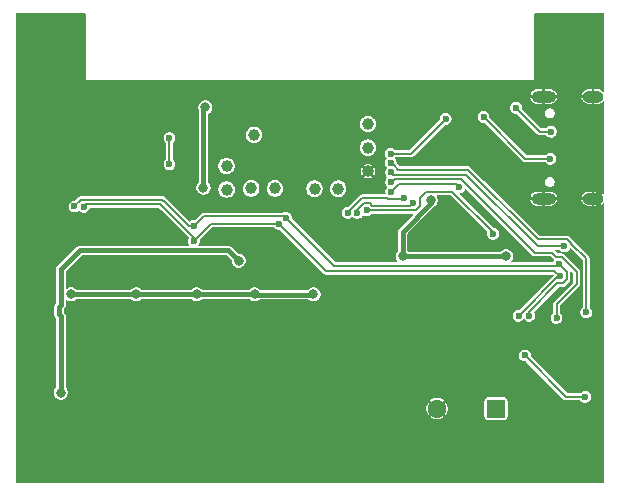
<source format=gbr>
%TF.GenerationSoftware,KiCad,Pcbnew,9.0.5*%
%TF.CreationDate,2025-11-01T17:51:25+01:00*%
%TF.ProjectId,TechBird_SmartTemp,54656368-4269-4726-945f-536d61727454,rev?*%
%TF.SameCoordinates,Original*%
%TF.FileFunction,Copper,L2,Bot*%
%TF.FilePolarity,Positive*%
%FSLAX46Y46*%
G04 Gerber Fmt 4.6, Leading zero omitted, Abs format (unit mm)*
G04 Created by KiCad (PCBNEW 9.0.5) date 2025-11-01 17:51:25*
%MOMM*%
%LPD*%
G01*
G04 APERTURE LIST*
G04 Aperture macros list*
%AMRoundRect*
0 Rectangle with rounded corners*
0 $1 Rounding radius*
0 $2 $3 $4 $5 $6 $7 $8 $9 X,Y pos of 4 corners*
0 Add a 4 corners polygon primitive as box body*
4,1,4,$2,$3,$4,$5,$6,$7,$8,$9,$2,$3,0*
0 Add four circle primitives for the rounded corners*
1,1,$1+$1,$2,$3*
1,1,$1+$1,$4,$5*
1,1,$1+$1,$6,$7*
1,1,$1+$1,$8,$9*
0 Add four rect primitives between the rounded corners*
20,1,$1+$1,$2,$3,$4,$5,0*
20,1,$1+$1,$4,$5,$6,$7,0*
20,1,$1+$1,$6,$7,$8,$9,0*
20,1,$1+$1,$8,$9,$2,$3,0*%
G04 Aperture macros list end*
%TA.AperFunction,ComponentPad*%
%ADD10C,5.600000*%
%TD*%
%TA.AperFunction,ComponentPad*%
%ADD11RoundRect,0.250000X0.550000X0.550000X-0.550000X0.550000X-0.550000X-0.550000X0.550000X-0.550000X0*%
%TD*%
%TA.AperFunction,ComponentPad*%
%ADD12C,1.600000*%
%TD*%
%TA.AperFunction,HeatsinkPad*%
%ADD13O,2.100000X1.000000*%
%TD*%
%TA.AperFunction,HeatsinkPad*%
%ADD14O,1.800000X1.000000*%
%TD*%
%TA.AperFunction,SMDPad,CuDef*%
%ADD15C,1.000000*%
%TD*%
%TA.AperFunction,ViaPad*%
%ADD16C,0.600000*%
%TD*%
%TA.AperFunction,ViaPad*%
%ADD17C,0.800000*%
%TD*%
%TA.AperFunction,Conductor*%
%ADD18C,0.200000*%
%TD*%
%TA.AperFunction,Conductor*%
%ADD19C,0.400000*%
%TD*%
G04 APERTURE END LIST*
D10*
%TO.P,H3,1,1*%
%TO.N,GND*%
X136000000Y-60000000D03*
%TD*%
%TO.P,H2,1,1*%
%TO.N,GND*%
X92000000Y-94000000D03*
%TD*%
D11*
%TO.P,C15,1*%
%TO.N,Net-(C15-Pad1)*%
X129758934Y-90600000D03*
D12*
%TO.P,C15,2*%
%TO.N,GND*%
X124758934Y-90600000D03*
%TD*%
D13*
%TO.P,J1,S1,SHIELD*%
%TO.N,GND*%
X133775000Y-72820000D03*
D14*
X137975000Y-72820000D03*
D13*
X133775000Y-64180000D03*
D14*
X137975000Y-64180000D03*
%TD*%
D10*
%TO.P,H4,1,1*%
%TO.N,GND*%
X136000000Y-94000000D03*
%TD*%
%TO.P,H1,1,1*%
%TO.N,GND*%
X92000000Y-60000000D03*
%TD*%
D15*
%TO.P,TP9,1,1*%
%TO.N,Net-(U6-IO15)*%
X116380000Y-71970000D03*
%TD*%
%TO.P,TP2,1,1*%
%TO.N,/RXD_<*%
X118900000Y-68500000D03*
%TD*%
%TO.P,TP6,1,1*%
%TO.N,Net-(U6-IO2)*%
X109260000Y-67420000D03*
%TD*%
%TO.P,TP11,1,1*%
%TO.N,GND*%
X118900000Y-70500000D03*
%TD*%
%TO.P,TP1,1,1*%
%TO.N,/TXD_>*%
X118900000Y-66500000D03*
%TD*%
%TO.P,TP8,1,1*%
%TO.N,Net-(U6-IO4)*%
X106930000Y-70050000D03*
%TD*%
%TO.P,TP10,1,1*%
%TO.N,Net-(U6-IO5)*%
X106940000Y-72050000D03*
%TD*%
%TO.P,TP5,1,1*%
%TO.N,Net-(U6-IO1)*%
X111020000Y-71960000D03*
%TD*%
%TO.P,TP4,1,1*%
%TO.N,Net-(U6-IO0)*%
X109020000Y-71960000D03*
%TD*%
%TO.P,TP7,1,1*%
%TO.N,Net-(U6-IO14)*%
X114380000Y-71970000D03*
%TD*%
D16*
%TO.N,GND*%
X91000000Y-84400000D03*
X91000000Y-86200000D03*
X90500000Y-95500000D03*
X125500000Y-96500000D03*
X111800000Y-89700000D03*
X112000000Y-64900000D03*
X91400000Y-89300000D03*
X138500000Y-82500000D03*
X101800000Y-89700000D03*
X112500000Y-96500000D03*
X138500000Y-84500000D03*
X138500000Y-83500000D03*
X117300000Y-68200000D03*
X110700000Y-66300000D03*
X113430000Y-74870000D03*
X104000000Y-67600000D03*
X92000000Y-62500000D03*
X99500000Y-63500000D03*
X138500000Y-80500000D03*
X117500000Y-96500000D03*
X90500000Y-92500000D03*
X104000000Y-69950000D03*
X136000000Y-57500000D03*
X137500000Y-61500000D03*
X136000000Y-62500000D03*
X116800000Y-85000000D03*
X137500000Y-92500000D03*
X89500000Y-67500000D03*
X132500002Y-96500000D03*
X118800000Y-80250000D03*
X138500000Y-74500000D03*
X138500000Y-85500000D03*
X97500000Y-63500000D03*
X138500000Y-75500000D03*
X89500000Y-76500000D03*
X113000000Y-64300000D03*
X90500000Y-58500000D03*
X118800000Y-64300000D03*
X92000000Y-57500000D03*
X110700000Y-68200000D03*
X109200000Y-64300000D03*
X92000000Y-91500000D03*
X134500000Y-61500000D03*
X126500000Y-96500000D03*
X89500000Y-89500000D03*
X111700000Y-77400000D03*
X106500001Y-96500000D03*
X133500000Y-60000000D03*
X89500000Y-77500000D03*
X138500000Y-72500000D03*
X102300000Y-76400000D03*
X123800000Y-76400000D03*
X138500000Y-94000000D03*
X104500000Y-96500000D03*
X89500000Y-85500000D03*
X114500000Y-96500000D03*
X124500001Y-96500000D03*
X94500000Y-94000000D03*
X97000000Y-67800000D03*
X126250000Y-73440000D03*
X126650000Y-69700000D03*
X93500000Y-61500000D03*
X99500000Y-96500000D03*
X89500000Y-68500000D03*
X100500000Y-96500000D03*
X107500000Y-96500000D03*
X130500001Y-96500000D03*
X100100000Y-71150000D03*
X137500000Y-95500000D03*
X93450000Y-82300000D03*
X89500000Y-82500000D03*
X129499999Y-96500000D03*
X136000000Y-96500000D03*
X102400000Y-72700000D03*
X103500000Y-96500000D03*
X115500001Y-96500000D03*
X89500000Y-81500000D03*
X89500000Y-90500000D03*
X109500000Y-78000000D03*
X89500000Y-88500000D03*
X102499999Y-96500000D03*
X89500000Y-80500000D03*
X106800000Y-89700000D03*
X98500000Y-96500000D03*
X133500000Y-94000000D03*
X117300000Y-70200000D03*
X116620000Y-75860000D03*
X93500000Y-92500000D03*
X128650000Y-80250000D03*
X130000000Y-68540000D03*
X89500000Y-75500000D03*
X101500000Y-96500000D03*
X131500001Y-96500000D03*
X94500000Y-96500000D03*
X138500000Y-89500000D03*
X108600000Y-75900000D03*
X100100000Y-78700000D03*
X95500000Y-63500000D03*
X89500000Y-87500000D03*
X89500000Y-73500000D03*
X93500000Y-95500000D03*
X116600000Y-64300000D03*
X134500000Y-92500000D03*
X130500000Y-76200000D03*
X113500000Y-96500000D03*
X111800000Y-85000000D03*
X136000000Y-91500000D03*
X121500000Y-96500000D03*
X89500000Y-69500000D03*
X100500000Y-63500000D03*
X94500000Y-63500000D03*
X138500000Y-81500000D03*
X105150000Y-63500000D03*
X114000000Y-64900000D03*
X127500000Y-96500000D03*
X110700000Y-70200000D03*
X111499999Y-96500000D03*
X89500000Y-78500000D03*
X115000000Y-64300000D03*
X89500000Y-60000000D03*
X134500000Y-95500000D03*
X107100000Y-67400000D03*
X123500000Y-96500000D03*
X113000000Y-80250000D03*
X128000000Y-75600000D03*
X131250000Y-81550000D03*
X96500000Y-63500000D03*
X117300000Y-66300000D03*
X89500000Y-66500000D03*
X137500000Y-58500000D03*
X99300000Y-76100000D03*
X96950000Y-69800000D03*
X104100000Y-73900000D03*
X111200000Y-64300000D03*
X134500000Y-58500000D03*
X138500000Y-87500000D03*
X138500000Y-90500000D03*
X92000000Y-96500000D03*
X94500000Y-60000000D03*
X128500000Y-96500000D03*
X89500000Y-84500000D03*
X109500000Y-96500000D03*
X105500000Y-96500000D03*
X92500000Y-73600000D03*
X89500000Y-86500000D03*
X98500000Y-63500000D03*
X90500000Y-61500000D03*
X138500000Y-60000000D03*
X138500000Y-73500000D03*
X106800000Y-85000000D03*
X89500000Y-79500000D03*
X138500000Y-86500000D03*
X120400000Y-80250000D03*
X108500000Y-96500000D03*
X122500000Y-96500000D03*
X101800000Y-85000000D03*
X115900000Y-64900000D03*
X116500000Y-96500000D03*
X110500000Y-96500000D03*
X138500000Y-88500000D03*
X116800000Y-89700000D03*
X89500000Y-94000000D03*
X89500000Y-83500000D03*
X93500000Y-58500000D03*
X89500000Y-74500000D03*
D17*
%TO.N,+3.3V*%
X104974000Y-71894000D03*
X124230000Y-72970000D03*
X92900000Y-89240000D03*
X105130000Y-65100000D03*
X121850000Y-77700000D03*
X107955000Y-78070000D03*
X130599229Y-77709701D03*
%TO.N,+3.3VA*%
X114290000Y-80920000D03*
X104400000Y-80920000D03*
X99290000Y-80920000D03*
X109310000Y-80920000D03*
X93760000Y-80930000D03*
D16*
%TO.N,~{CHARGE}*%
X129500000Y-75800000D03*
X118790000Y-73810000D03*
%TO.N,Net-(U6-EN)*%
X102100000Y-67700000D03*
X102100000Y-69900000D03*
%TO.N,LP_I2C_SCL*%
X94050344Y-73486481D03*
X132550000Y-82740000D03*
X111957235Y-74431294D03*
X104170000Y-75140000D03*
X135050000Y-78350000D03*
%TO.N,LP_I2C_SDA*%
X94850000Y-73510000D03*
X131650000Y-82740000D03*
X135140000Y-79405000D03*
X111349634Y-74951703D03*
X104160000Y-76400000D03*
%TO.N,/HEARTBEAT*%
X125490000Y-66050000D03*
X120819534Y-69010564D03*
%TO.N,USB_DETECT*%
X126636235Y-71864765D03*
X120880000Y-72220000D03*
%TO.N,Net-(U6-IO0)*%
X109020000Y-71960000D03*
%TO.N,Net-(U6-IO1)*%
X111020000Y-71960000D03*
%TO.N,Net-(U6-IO2)*%
X109260000Y-67420000D03*
%TO.N,~{WKUP}*%
X120838701Y-69810336D03*
X137380000Y-82450000D03*
%TO.N,Net-(U6-IO14)*%
X114380000Y-71970000D03*
%TO.N,/RXD_<*%
X118900000Y-68500000D03*
%TO.N,/TXD_>*%
X118900000Y-66500000D03*
%TO.N,Net-(U6-IO8)*%
X117200070Y-74019190D03*
X121990000Y-72809000D03*
%TO.N,Net-(U6-IO9)*%
X122690000Y-73210000D03*
X118000000Y-74030000D03*
%TO.N,~{ALERT}*%
X120859611Y-70610065D03*
X135530000Y-76865000D03*
%TO.N,Net-(U6-IO4)*%
X106890735Y-70089265D03*
%TO.N,Net-(U6-IO15)*%
X116380000Y-71970000D03*
%TO.N,Net-(U6-IO5)*%
X106981498Y-71940213D03*
%TO.N,CLKOUT*%
X134868968Y-82919999D03*
X120870000Y-71410000D03*
%TO.N,Net-(U7-VBACKUP)*%
X137300000Y-89600000D03*
X132200000Y-86100000D03*
%TO.N,Net-(J1-CC1)*%
X134350000Y-69440000D03*
X128690000Y-65890000D03*
%TO.N,Net-(J1-CC2)*%
X134391000Y-67150100D03*
X131440000Y-65130000D03*
%TD*%
D18*
%TO.N,Net-(U6-EN)*%
X102100000Y-69900000D02*
X102100000Y-67700000D01*
D19*
%TO.N,+3.3V*%
X107085000Y-77200000D02*
X107955000Y-78070000D01*
X94500000Y-77200000D02*
X107085000Y-77200000D01*
X92749000Y-82590364D02*
X92749000Y-82009636D01*
X92900000Y-82741364D02*
X92749000Y-82590364D01*
X92749000Y-82009636D02*
X92900000Y-81858636D01*
X92900000Y-81858636D02*
X92900000Y-78800000D01*
X92900000Y-89240000D02*
X92900000Y-82741364D01*
X92900000Y-78800000D02*
X94500000Y-77200000D01*
X104974000Y-71894000D02*
X104974000Y-65256000D01*
X124230000Y-73228463D02*
X124230000Y-72970000D01*
X130598930Y-77710000D02*
X121860000Y-77710000D01*
X104974000Y-65256000D02*
X105130000Y-65100000D01*
X121850000Y-77700000D02*
X121850000Y-75608463D01*
X121850000Y-75608463D02*
X124230000Y-73228463D01*
X130599229Y-77709701D02*
X130598930Y-77710000D01*
X121860000Y-77710000D02*
X121850000Y-77700000D01*
%TO.N,+3.3VA*%
X93760000Y-80930000D02*
X99280000Y-80930000D01*
X99280000Y-80930000D02*
X99290000Y-80920000D01*
X114290000Y-80920000D02*
X114259000Y-80951000D01*
X109341000Y-80951000D02*
X109310000Y-80920000D01*
X114259000Y-80951000D02*
X109341000Y-80951000D01*
X104400000Y-80920000D02*
X99290000Y-80920000D01*
X109310000Y-80920000D02*
X104400000Y-80920000D01*
D18*
%TO.N,~{CHARGE}*%
X123291000Y-72739000D02*
X123800000Y-72230000D01*
X119072843Y-73810000D02*
X122440057Y-73810000D01*
X123291000Y-73458943D02*
X123291000Y-72739000D01*
X123800000Y-72230000D02*
X126060000Y-72230000D01*
X122440057Y-73810000D02*
X122441057Y-73811000D01*
X122441057Y-73811000D02*
X122938943Y-73811000D01*
X122938943Y-73811000D02*
X123291000Y-73458943D01*
X118790000Y-73810000D02*
X118931422Y-73668578D01*
X126060000Y-72230000D02*
X129500000Y-75670000D01*
X129500000Y-75670000D02*
X129500000Y-75800000D01*
X118931422Y-73668578D02*
X119072843Y-73810000D01*
%TO.N,LP_I2C_SCL*%
X94050344Y-73459713D02*
X94601057Y-72909000D01*
X134951100Y-80006000D02*
X132550000Y-82407100D01*
X132550000Y-82407100D02*
X132550000Y-82740000D01*
X135740000Y-79130000D02*
X135727472Y-79142528D01*
X134870000Y-78530000D02*
X116055941Y-78530000D01*
X101716100Y-73109000D02*
X103747100Y-75140000D01*
X135727472Y-79142528D02*
X135741000Y-79156057D01*
X135741000Y-79653943D02*
X135388943Y-80006000D01*
X116055941Y-78530000D02*
X111957235Y-74431294D01*
X111957235Y-74431294D02*
X111957235Y-74402765D01*
X135050000Y-78350000D02*
X135740000Y-79040000D01*
X111957235Y-74402765D02*
X111854470Y-74300000D01*
X135050000Y-78350000D02*
X134870000Y-78530000D01*
X103747100Y-75140000D02*
X104170000Y-75140000D01*
X105010000Y-74300000D02*
X104170000Y-75140000D01*
X135741000Y-79156057D02*
X135741000Y-79653943D01*
X101699000Y-73109000D02*
X101716100Y-73109000D01*
X135740000Y-79040000D02*
X135740000Y-79130000D01*
X101499000Y-72909000D02*
X101699000Y-73109000D01*
X94050344Y-73486481D02*
X94050344Y-73459713D01*
X135388943Y-80006000D02*
X134951100Y-80006000D01*
X94601057Y-72909000D02*
X101499000Y-72909000D01*
X111854470Y-74300000D02*
X105010000Y-74300000D01*
%TO.N,LP_I2C_SDA*%
X135140000Y-79405000D02*
X134985000Y-79405000D01*
X101532900Y-73510000D02*
X101550000Y-73510000D01*
X95050000Y-73310000D02*
X101332900Y-73310000D01*
X105608297Y-74951703D02*
X104160000Y-76400000D01*
X134985000Y-79405000D02*
X131650000Y-82740000D01*
X115380000Y-78960000D02*
X134695000Y-78960000D01*
X111349634Y-74951703D02*
X105608297Y-74951703D01*
X134695000Y-78960000D02*
X135140000Y-79405000D01*
X111371703Y-74951703D02*
X115380000Y-78960000D01*
X111349634Y-74951703D02*
X111371703Y-74951703D01*
X94850000Y-73510000D02*
X95050000Y-73310000D01*
X104160000Y-76120000D02*
X104160000Y-76400000D01*
X101332900Y-73310000D02*
X101532900Y-73510000D01*
X101550000Y-73510000D02*
X104160000Y-76120000D01*
%TO.N,/HEARTBEAT*%
X120819534Y-69010564D02*
X122529436Y-69010564D01*
X122529436Y-69010564D02*
X125490000Y-66050000D01*
%TO.N,USB_DETECT*%
X121118943Y-72011000D02*
X121527943Y-71602000D01*
X121089000Y-72011000D02*
X121118943Y-72011000D01*
X126373470Y-71602000D02*
X126636235Y-71864765D01*
X126298000Y-71602000D02*
X126373470Y-71602000D01*
X121527943Y-71602000D02*
X126298000Y-71602000D01*
X120880000Y-72220000D02*
X121089000Y-72011000D01*
%TO.N,~{WKUP}*%
X136131000Y-76631000D02*
X137380000Y-77880000D01*
X121499000Y-70399000D02*
X127366100Y-70399000D01*
X121108554Y-70009065D02*
X121460611Y-70361122D01*
X136131000Y-76616057D02*
X136131000Y-76631000D01*
X121460611Y-70361122D02*
X121461122Y-70361122D01*
X120838701Y-69810336D02*
X121037430Y-70009065D01*
X137380000Y-77880000D02*
X137380000Y-82450000D01*
X127367100Y-70400000D02*
X127400000Y-70400000D01*
X121037430Y-70009065D02*
X121108554Y-70009065D01*
X133264000Y-76264000D02*
X135778943Y-76264000D01*
X135778943Y-76264000D02*
X136131000Y-76616057D01*
X121461122Y-70361122D02*
X121499000Y-70399000D01*
X127366100Y-70399000D02*
X127367100Y-70400000D01*
X127400000Y-70400000D02*
X133264000Y-76264000D01*
%TO.N,Net-(U6-IO8)*%
X120580057Y-72770000D02*
X120631057Y-72821000D01*
X120631057Y-72821000D02*
X121978000Y-72821000D01*
X118410057Y-72770000D02*
X120580057Y-72770000D01*
X121978000Y-72821000D02*
X121990000Y-72809000D01*
X117200070Y-73979987D02*
X118410057Y-72770000D01*
X117200070Y-74019190D02*
X117200070Y-73979987D01*
%TO.N,Net-(U6-IO9)*%
X122690000Y-73210000D02*
X122490000Y-73410000D01*
X118000000Y-73750057D02*
X118000000Y-74030000D01*
X122490000Y-73410000D02*
X119239943Y-73410000D01*
X119038943Y-73209000D02*
X118541057Y-73209000D01*
X119239943Y-73410000D02*
X119038943Y-73209000D01*
X118541057Y-73209000D02*
X118000000Y-73750057D01*
%TO.N,~{ALERT}*%
X121049546Y-70800000D02*
X127200000Y-70800000D01*
X133265000Y-76865000D02*
X135530000Y-76865000D01*
X120859611Y-70610065D02*
X121049546Y-70800000D01*
X127200000Y-70800000D02*
X133265000Y-76865000D01*
%TO.N,CLKOUT*%
X136570000Y-80060000D02*
X134868968Y-81761032D01*
X134849000Y-77749000D02*
X135298943Y-77749000D01*
X134520000Y-77420000D02*
X134849000Y-77749000D01*
X126821000Y-71201000D02*
X133040000Y-77420000D01*
X135298943Y-77749000D02*
X136570000Y-79020057D01*
X121068935Y-71211065D02*
X121108554Y-71211065D01*
X121118619Y-71201000D02*
X126821000Y-71201000D01*
X120870000Y-71410000D02*
X121068935Y-71211065D01*
X134868968Y-81761032D02*
X134868968Y-82919999D01*
X136570000Y-79020057D02*
X136570000Y-80060000D01*
X121108554Y-71211065D02*
X121118619Y-71201000D01*
X133040000Y-77420000D02*
X134520000Y-77420000D01*
%TO.N,Net-(U7-VBACKUP)*%
X132200000Y-86100000D02*
X132000000Y-86100000D01*
X135700000Y-89600000D02*
X132200000Y-86100000D01*
X137300000Y-89600000D02*
X135700000Y-89600000D01*
%TO.N,Net-(J1-CC1)*%
X134350000Y-69440000D02*
X132240000Y-69440000D01*
X132240000Y-69440000D02*
X128690000Y-65890000D01*
%TO.N,Net-(J1-CC2)*%
X134391000Y-67150100D02*
X133460100Y-67150100D01*
X133460100Y-67150100D02*
X131440000Y-65130000D01*
%TD*%
%TA.AperFunction,Conductor*%
%TO.N,GND*%
G36*
X127194412Y-71999383D02*
G01*
X132799540Y-77604511D01*
X132855489Y-77660460D01*
X132905649Y-77689420D01*
X132916159Y-77695488D01*
X132924011Y-77700021D01*
X132959478Y-77709524D01*
X133000436Y-77720500D01*
X133000438Y-77720500D01*
X134375233Y-77720500D01*
X134409881Y-77734852D01*
X134648959Y-77973930D01*
X134663311Y-78008578D01*
X134650536Y-78039431D01*
X134651456Y-78040137D01*
X134649500Y-78042685D01*
X134583608Y-78156811D01*
X134583607Y-78156815D01*
X134573863Y-78193182D01*
X134551033Y-78222935D01*
X134526533Y-78229500D01*
X131046962Y-78229500D01*
X131012314Y-78215148D01*
X130997962Y-78180500D01*
X131012314Y-78145852D01*
X131033314Y-78124852D01*
X131079749Y-78078417D01*
X131158806Y-77941485D01*
X131199728Y-77788761D01*
X131199729Y-77788761D01*
X131199729Y-77630641D01*
X131199728Y-77630640D01*
X131167516Y-77510423D01*
X131158806Y-77477917D01*
X131158805Y-77477916D01*
X131158805Y-77477914D01*
X131079753Y-77340991D01*
X131079750Y-77340988D01*
X131079749Y-77340985D01*
X130967945Y-77229181D01*
X130967942Y-77229179D01*
X130967938Y-77229176D01*
X130831015Y-77150124D01*
X130831011Y-77150123D01*
X130678289Y-77109201D01*
X130678286Y-77109201D01*
X130520172Y-77109201D01*
X130520169Y-77109201D01*
X130367446Y-77150123D01*
X130367442Y-77150124D01*
X130230519Y-77229176D01*
X130230510Y-77229183D01*
X130164546Y-77295148D01*
X130129898Y-77309500D01*
X122329032Y-77309500D01*
X122294384Y-77295148D01*
X122264852Y-77265616D01*
X122250500Y-77230968D01*
X122250500Y-75794651D01*
X122264851Y-75760004D01*
X124536473Y-73488381D01*
X124546614Y-73480599D01*
X124598716Y-73450520D01*
X124710520Y-73338716D01*
X124789577Y-73201784D01*
X124830499Y-73049060D01*
X124830500Y-73049060D01*
X124830500Y-72890940D01*
X124830499Y-72890939D01*
X124789577Y-72738217D01*
X124789576Y-72738213D01*
X124712089Y-72604000D01*
X124707194Y-72566818D01*
X124730024Y-72537065D01*
X124754524Y-72530500D01*
X125915233Y-72530500D01*
X125949881Y-72544852D01*
X129009004Y-75603975D01*
X129023356Y-75638623D01*
X129021686Y-75651305D01*
X128999500Y-75734104D01*
X128999500Y-75865895D01*
X129033607Y-75993184D01*
X129033608Y-75993188D01*
X129094659Y-76098929D01*
X129099500Y-76107314D01*
X129192686Y-76200500D01*
X129234457Y-76224617D01*
X129306811Y-76266391D01*
X129306813Y-76266391D01*
X129306814Y-76266392D01*
X129407207Y-76293292D01*
X129434104Y-76300499D01*
X129434105Y-76300500D01*
X129434108Y-76300500D01*
X129565895Y-76300500D01*
X129565895Y-76300499D01*
X129693186Y-76266392D01*
X129807314Y-76200500D01*
X129900500Y-76107314D01*
X129966392Y-75993186D01*
X130000499Y-75865895D01*
X130000500Y-75865895D01*
X130000500Y-75734105D01*
X130000499Y-75734104D01*
X129988547Y-75689500D01*
X129966392Y-75606814D01*
X129966391Y-75606813D01*
X129966391Y-75606811D01*
X129900499Y-75492685D01*
X129807314Y-75399500D01*
X129693188Y-75333608D01*
X129693184Y-75333607D01*
X129562971Y-75298716D01*
X129541005Y-75286034D01*
X126697554Y-72442583D01*
X126683202Y-72407935D01*
X126697554Y-72373287D01*
X126719520Y-72360605D01*
X126786689Y-72342607D01*
X126829421Y-72331157D01*
X126943549Y-72265265D01*
X127036735Y-72172079D01*
X127102627Y-72057951D01*
X127112434Y-72021347D01*
X127135263Y-71991596D01*
X127172445Y-71986700D01*
X127194412Y-71999383D01*
G37*
%TD.AperFunction*%
%TA.AperFunction,Conductor*%
G36*
X94985648Y-57114852D02*
G01*
X95000000Y-57149500D01*
X95000000Y-62750000D01*
X133000000Y-62750000D01*
X133000000Y-57149500D01*
X133014352Y-57114852D01*
X133049000Y-57100500D01*
X138850500Y-57100500D01*
X138885148Y-57114852D01*
X138899500Y-57149500D01*
X138899500Y-63737677D01*
X138885148Y-63772325D01*
X138850500Y-63786677D01*
X138815852Y-63772325D01*
X138743408Y-63699881D01*
X138606592Y-63620889D01*
X138606589Y-63620888D01*
X138453994Y-63580000D01*
X138075000Y-63580000D01*
X138075000Y-63880000D01*
X137875000Y-63880000D01*
X137875000Y-63580000D01*
X137496006Y-63580000D01*
X137343410Y-63620888D01*
X137343407Y-63620889D01*
X137206591Y-63699881D01*
X137206591Y-63699882D01*
X137094882Y-63811591D01*
X137094881Y-63811591D01*
X137015889Y-63948407D01*
X137015888Y-63948410D01*
X136980628Y-64079999D01*
X136980629Y-64080000D01*
X137291212Y-64080000D01*
X137275000Y-64140504D01*
X137275000Y-64219496D01*
X137291212Y-64280000D01*
X136980628Y-64280000D01*
X137015888Y-64411589D01*
X137015889Y-64411592D01*
X137094881Y-64548408D01*
X137206591Y-64660118D01*
X137343407Y-64739110D01*
X137343410Y-64739111D01*
X137496005Y-64779999D01*
X137496006Y-64780000D01*
X137875000Y-64780000D01*
X137875000Y-64480000D01*
X138075000Y-64480000D01*
X138075000Y-64780000D01*
X138453994Y-64780000D01*
X138453994Y-64779999D01*
X138606589Y-64739111D01*
X138606592Y-64739110D01*
X138743408Y-64660118D01*
X138743409Y-64660118D01*
X138815852Y-64587675D01*
X138850500Y-64573323D01*
X138885148Y-64587675D01*
X138899500Y-64622323D01*
X138899500Y-72377677D01*
X138885148Y-72412325D01*
X138850500Y-72426677D01*
X138815852Y-72412325D01*
X138743408Y-72339881D01*
X138606592Y-72260889D01*
X138606589Y-72260888D01*
X138453994Y-72220000D01*
X138075000Y-72220000D01*
X138075000Y-72520000D01*
X137875000Y-72520000D01*
X137875000Y-72220000D01*
X137496006Y-72220000D01*
X137343410Y-72260888D01*
X137343407Y-72260889D01*
X137206591Y-72339881D01*
X137206591Y-72339882D01*
X137094882Y-72451591D01*
X137094881Y-72451591D01*
X137015889Y-72588407D01*
X137015888Y-72588410D01*
X136980628Y-72719999D01*
X136980629Y-72720000D01*
X137291212Y-72720000D01*
X137275000Y-72780504D01*
X137275000Y-72859496D01*
X137291212Y-72920000D01*
X136980628Y-72920000D01*
X137015888Y-73051589D01*
X137015889Y-73051592D01*
X137094881Y-73188408D01*
X137206591Y-73300118D01*
X137343407Y-73379110D01*
X137343410Y-73379111D01*
X137496005Y-73419999D01*
X137496006Y-73420000D01*
X137875000Y-73420000D01*
X137875000Y-73120000D01*
X138075000Y-73120000D01*
X138075000Y-73420000D01*
X138453994Y-73420000D01*
X138453994Y-73419999D01*
X138606589Y-73379111D01*
X138606592Y-73379110D01*
X138743408Y-73300118D01*
X138743409Y-73300118D01*
X138815852Y-73227675D01*
X138850500Y-73213323D01*
X138885148Y-73227675D01*
X138899500Y-73262323D01*
X138899500Y-96850500D01*
X138885148Y-96885148D01*
X138850500Y-96899500D01*
X89149500Y-96899500D01*
X89114852Y-96885148D01*
X89100500Y-96850500D01*
X89100500Y-90511361D01*
X123858934Y-90511361D01*
X123858934Y-90688638D01*
X123893520Y-90862520D01*
X123893520Y-90862521D01*
X123961362Y-91026306D01*
X124053424Y-91164086D01*
X124053425Y-91164086D01*
X124414349Y-90803162D01*
X124438854Y-90845606D01*
X124513328Y-90920080D01*
X124555770Y-90944584D01*
X124194845Y-91305508D01*
X124332624Y-91397570D01*
X124496413Y-91465413D01*
X124670295Y-91500000D01*
X124847573Y-91500000D01*
X125021454Y-91465413D01*
X125021455Y-91465413D01*
X125185241Y-91397571D01*
X125323021Y-91305508D01*
X124962096Y-90944584D01*
X125004540Y-90920080D01*
X125079014Y-90845606D01*
X125103518Y-90803162D01*
X125464442Y-91164087D01*
X125556505Y-91026307D01*
X125624347Y-90862521D01*
X125624347Y-90862520D01*
X125658934Y-90688638D01*
X125658934Y-90511361D01*
X125624347Y-90337479D01*
X125624347Y-90337478D01*
X125556504Y-90173690D01*
X125464442Y-90035911D01*
X125103517Y-90396836D01*
X125079014Y-90354394D01*
X125004540Y-90279920D01*
X124962095Y-90255415D01*
X125221787Y-89995724D01*
X128758434Y-89995724D01*
X128758434Y-91204275D01*
X128761287Y-91234698D01*
X128761287Y-91234699D01*
X128806138Y-91362876D01*
X128806142Y-91362885D01*
X128886783Y-91472150D01*
X128996048Y-91552791D01*
X128996051Y-91552792D01*
X128996052Y-91552793D01*
X128996054Y-91552793D01*
X128996057Y-91552795D01*
X129124235Y-91597646D01*
X129154668Y-91600500D01*
X129154678Y-91600500D01*
X130363190Y-91600500D01*
X130363200Y-91600500D01*
X130393633Y-91597646D01*
X130521816Y-91552793D01*
X130631084Y-91472150D01*
X130636056Y-91465413D01*
X130711725Y-91362885D01*
X130711725Y-91362884D01*
X130711727Y-91362882D01*
X130756580Y-91234699D01*
X130759434Y-91204266D01*
X130759434Y-89995734D01*
X130756580Y-89965301D01*
X130738927Y-89914852D01*
X130711729Y-89837123D01*
X130711725Y-89837114D01*
X130631084Y-89727849D01*
X130521819Y-89647208D01*
X130521810Y-89647204D01*
X130393632Y-89602353D01*
X130363209Y-89599500D01*
X130363200Y-89599500D01*
X129154668Y-89599500D01*
X129154658Y-89599500D01*
X129124235Y-89602353D01*
X129124234Y-89602353D01*
X128996057Y-89647204D01*
X128996048Y-89647208D01*
X128886783Y-89727849D01*
X128806142Y-89837114D01*
X128806138Y-89837123D01*
X128761287Y-89965300D01*
X128761287Y-89965301D01*
X128758434Y-89995724D01*
X125221787Y-89995724D01*
X125323020Y-89894491D01*
X125323020Y-89894490D01*
X125185240Y-89802428D01*
X125021454Y-89734586D01*
X124847573Y-89700000D01*
X124670295Y-89700000D01*
X124496413Y-89734586D01*
X124496412Y-89734586D01*
X124332627Y-89802428D01*
X124194846Y-89894489D01*
X124194846Y-89894490D01*
X124555771Y-90255415D01*
X124513328Y-90279920D01*
X124438854Y-90354394D01*
X124414349Y-90396837D01*
X124053424Y-90035912D01*
X124053423Y-90035912D01*
X123961362Y-90173693D01*
X123893520Y-90337478D01*
X123893520Y-90337479D01*
X123858934Y-90511361D01*
X89100500Y-90511361D01*
X89100500Y-89160939D01*
X92299500Y-89160939D01*
X92299500Y-89319060D01*
X92340422Y-89471782D01*
X92340423Y-89471786D01*
X92419475Y-89608709D01*
X92419478Y-89608713D01*
X92419480Y-89608716D01*
X92531284Y-89720520D01*
X92531287Y-89720521D01*
X92531290Y-89720524D01*
X92668213Y-89799576D01*
X92668215Y-89799576D01*
X92668216Y-89799577D01*
X92788665Y-89831851D01*
X92820939Y-89840499D01*
X92820940Y-89840500D01*
X92820943Y-89840500D01*
X92979060Y-89840500D01*
X92979060Y-89840499D01*
X93131784Y-89799577D01*
X93157880Y-89784511D01*
X93268709Y-89720524D01*
X93268708Y-89720524D01*
X93268716Y-89720520D01*
X93380520Y-89608716D01*
X93459577Y-89471784D01*
X93500499Y-89319060D01*
X93500500Y-89319060D01*
X93500500Y-89160940D01*
X93500499Y-89160939D01*
X93459577Y-89008217D01*
X93459576Y-89008213D01*
X93380524Y-88871290D01*
X93380521Y-88871287D01*
X93380520Y-88871284D01*
X93314852Y-88805616D01*
X93300500Y-88770968D01*
X93300500Y-86034104D01*
X131699500Y-86034104D01*
X131699500Y-86165895D01*
X131733607Y-86293184D01*
X131733608Y-86293188D01*
X131799500Y-86407314D01*
X131892686Y-86500500D01*
X131934457Y-86524617D01*
X132006811Y-86566391D01*
X132006813Y-86566391D01*
X132006814Y-86566392D01*
X132107207Y-86593292D01*
X132134104Y-86600499D01*
X132134105Y-86600500D01*
X132255233Y-86600500D01*
X132289881Y-86614852D01*
X135459540Y-89784511D01*
X135515489Y-89840460D01*
X135584011Y-89880021D01*
X135619478Y-89889524D01*
X135660436Y-89900500D01*
X135660438Y-89900500D01*
X136872390Y-89900500D01*
X136907038Y-89914852D01*
X136992686Y-90000500D01*
X137034457Y-90024617D01*
X137106811Y-90066391D01*
X137106813Y-90066391D01*
X137106814Y-90066392D01*
X137207207Y-90093292D01*
X137234104Y-90100499D01*
X137234105Y-90100500D01*
X137234108Y-90100500D01*
X137365895Y-90100500D01*
X137365895Y-90100499D01*
X137493186Y-90066392D01*
X137607314Y-90000500D01*
X137700500Y-89907314D01*
X137766392Y-89793186D01*
X137800499Y-89665895D01*
X137800500Y-89665895D01*
X137800500Y-89534105D01*
X137800499Y-89534104D01*
X137766392Y-89406815D01*
X137766391Y-89406811D01*
X137700499Y-89292685D01*
X137607314Y-89199500D01*
X137493188Y-89133608D01*
X137493184Y-89133607D01*
X137365895Y-89099500D01*
X137365892Y-89099500D01*
X137234108Y-89099500D01*
X137234105Y-89099500D01*
X137106815Y-89133607D01*
X137106811Y-89133608D01*
X136992685Y-89199500D01*
X136992685Y-89199501D01*
X136907038Y-89285148D01*
X136872390Y-89299500D01*
X135844767Y-89299500D01*
X135810119Y-89285148D01*
X132714852Y-86189881D01*
X132700500Y-86155233D01*
X132700500Y-86034105D01*
X132700499Y-86034104D01*
X132666392Y-85906815D01*
X132666391Y-85906811D01*
X132600499Y-85792685D01*
X132507314Y-85699500D01*
X132393188Y-85633608D01*
X132393184Y-85633607D01*
X132265895Y-85599500D01*
X132265892Y-85599500D01*
X132134108Y-85599500D01*
X132134105Y-85599500D01*
X132006815Y-85633607D01*
X132006811Y-85633608D01*
X131892685Y-85699500D01*
X131892685Y-85699501D01*
X131799501Y-85792685D01*
X131799500Y-85792685D01*
X131733608Y-85906811D01*
X131733607Y-85906815D01*
X131699500Y-86034104D01*
X93300500Y-86034104D01*
X93300500Y-82688634D01*
X93300499Y-82688633D01*
X93274978Y-82593385D01*
X93273207Y-82586776D01*
X93273205Y-82586773D01*
X93273206Y-82586773D01*
X93220479Y-82495450D01*
X93163852Y-82438823D01*
X93149500Y-82404175D01*
X93149500Y-82195825D01*
X93163852Y-82161177D01*
X93220479Y-82104550D01*
X93220480Y-82104549D01*
X93273207Y-82013224D01*
X93300499Y-81911366D01*
X93300500Y-81911366D01*
X93300500Y-81438032D01*
X93314852Y-81403384D01*
X93349500Y-81389032D01*
X93384148Y-81403384D01*
X93391284Y-81410520D01*
X93391287Y-81410521D01*
X93391290Y-81410524D01*
X93528213Y-81489576D01*
X93528215Y-81489576D01*
X93528216Y-81489577D01*
X93643619Y-81520499D01*
X93680939Y-81530499D01*
X93680940Y-81530500D01*
X93680943Y-81530500D01*
X93839060Y-81530500D01*
X93839060Y-81530499D01*
X93991784Y-81489577D01*
X94009107Y-81479576D01*
X94128709Y-81410524D01*
X94128708Y-81410524D01*
X94128716Y-81410520D01*
X94194384Y-81344852D01*
X94229032Y-81330500D01*
X98830968Y-81330500D01*
X98865616Y-81344852D01*
X98921284Y-81400520D01*
X98921287Y-81400521D01*
X98921290Y-81400524D01*
X99058213Y-81479576D01*
X99058215Y-81479576D01*
X99058216Y-81479577D01*
X99095537Y-81489577D01*
X99210939Y-81520499D01*
X99210940Y-81520500D01*
X99210943Y-81520500D01*
X99369060Y-81520500D01*
X99369060Y-81520499D01*
X99521784Y-81479577D01*
X99658716Y-81400520D01*
X99724384Y-81334852D01*
X99759032Y-81320500D01*
X103930968Y-81320500D01*
X103965616Y-81334852D01*
X104031284Y-81400520D01*
X104031287Y-81400521D01*
X104031290Y-81400524D01*
X104168213Y-81479576D01*
X104168215Y-81479576D01*
X104168216Y-81479577D01*
X104205537Y-81489577D01*
X104320939Y-81520499D01*
X104320940Y-81520500D01*
X104320943Y-81520500D01*
X104479060Y-81520500D01*
X104479060Y-81520499D01*
X104631784Y-81479577D01*
X104768716Y-81400520D01*
X104834384Y-81334852D01*
X104869032Y-81320500D01*
X108840968Y-81320500D01*
X108875616Y-81334852D01*
X108941284Y-81400520D01*
X108941287Y-81400521D01*
X108941290Y-81400524D01*
X109078213Y-81479576D01*
X109078215Y-81479576D01*
X109078216Y-81479577D01*
X109115537Y-81489577D01*
X109230939Y-81520499D01*
X109230940Y-81520500D01*
X109230943Y-81520500D01*
X109389060Y-81520500D01*
X109389060Y-81520499D01*
X109541784Y-81479577D01*
X109678716Y-81400520D01*
X109713384Y-81365852D01*
X109748032Y-81351500D01*
X113851968Y-81351500D01*
X113886616Y-81365852D01*
X113921284Y-81400520D01*
X113921287Y-81400521D01*
X113921290Y-81400524D01*
X114058213Y-81479576D01*
X114058215Y-81479576D01*
X114058216Y-81479577D01*
X114095537Y-81489577D01*
X114210939Y-81520499D01*
X114210940Y-81520500D01*
X114210943Y-81520500D01*
X114369060Y-81520500D01*
X114369060Y-81520499D01*
X114521784Y-81479577D01*
X114658716Y-81400520D01*
X114770520Y-81288716D01*
X114849577Y-81151784D01*
X114890499Y-80999060D01*
X114890500Y-80999060D01*
X114890500Y-80840940D01*
X114890499Y-80840939D01*
X114849577Y-80688217D01*
X114849576Y-80688213D01*
X114770524Y-80551290D01*
X114770521Y-80551287D01*
X114770520Y-80551284D01*
X114658716Y-80439480D01*
X114658713Y-80439478D01*
X114658709Y-80439475D01*
X114521786Y-80360423D01*
X114521782Y-80360422D01*
X114369060Y-80319500D01*
X114369057Y-80319500D01*
X114210943Y-80319500D01*
X114210940Y-80319500D01*
X114058217Y-80360422D01*
X114058213Y-80360423D01*
X113921290Y-80439475D01*
X113921281Y-80439482D01*
X113824616Y-80536148D01*
X113789968Y-80550500D01*
X109810032Y-80550500D01*
X109775384Y-80536148D01*
X109678718Y-80439482D01*
X109678716Y-80439480D01*
X109678713Y-80439478D01*
X109678709Y-80439475D01*
X109541786Y-80360423D01*
X109541782Y-80360422D01*
X109389060Y-80319500D01*
X109389057Y-80319500D01*
X109230943Y-80319500D01*
X109230940Y-80319500D01*
X109078217Y-80360422D01*
X109078213Y-80360423D01*
X108941290Y-80439475D01*
X108941281Y-80439482D01*
X108875616Y-80505148D01*
X108840968Y-80519500D01*
X104869032Y-80519500D01*
X104834384Y-80505148D01*
X104768718Y-80439482D01*
X104768716Y-80439480D01*
X104768713Y-80439478D01*
X104768709Y-80439475D01*
X104631786Y-80360423D01*
X104631782Y-80360422D01*
X104479060Y-80319500D01*
X104479057Y-80319500D01*
X104320943Y-80319500D01*
X104320940Y-80319500D01*
X104168217Y-80360422D01*
X104168213Y-80360423D01*
X104031290Y-80439475D01*
X104031281Y-80439482D01*
X103965616Y-80505148D01*
X103930968Y-80519500D01*
X99759032Y-80519500D01*
X99724384Y-80505148D01*
X99658718Y-80439482D01*
X99658716Y-80439480D01*
X99658713Y-80439478D01*
X99658709Y-80439475D01*
X99521786Y-80360423D01*
X99521782Y-80360422D01*
X99369060Y-80319500D01*
X99369057Y-80319500D01*
X99210943Y-80319500D01*
X99210940Y-80319500D01*
X99058217Y-80360422D01*
X99058213Y-80360423D01*
X98921290Y-80439475D01*
X98921281Y-80439482D01*
X98845616Y-80515148D01*
X98810968Y-80529500D01*
X94229032Y-80529500D01*
X94194384Y-80515148D01*
X94128718Y-80449482D01*
X94128716Y-80449480D01*
X94128713Y-80449478D01*
X94128709Y-80449475D01*
X93991786Y-80370423D01*
X93991782Y-80370422D01*
X93839060Y-80329500D01*
X93839057Y-80329500D01*
X93680943Y-80329500D01*
X93680940Y-80329500D01*
X93528217Y-80370422D01*
X93528213Y-80370423D01*
X93391290Y-80449475D01*
X93391281Y-80449482D01*
X93384148Y-80456616D01*
X93349500Y-80470968D01*
X93314852Y-80456616D01*
X93300500Y-80421968D01*
X93300500Y-78986188D01*
X93314852Y-78951540D01*
X94651540Y-77614852D01*
X94686188Y-77600500D01*
X106898811Y-77600500D01*
X106933459Y-77614852D01*
X107340148Y-78021541D01*
X107354500Y-78056189D01*
X107354500Y-78149060D01*
X107395422Y-78301782D01*
X107395423Y-78301786D01*
X107474475Y-78438709D01*
X107474478Y-78438713D01*
X107474480Y-78438716D01*
X107586284Y-78550520D01*
X107586287Y-78550521D01*
X107586290Y-78550524D01*
X107723213Y-78629576D01*
X107723215Y-78629576D01*
X107723216Y-78629577D01*
X107826728Y-78657313D01*
X107875939Y-78670499D01*
X107875940Y-78670500D01*
X107875943Y-78670500D01*
X108034060Y-78670500D01*
X108034060Y-78670499D01*
X108186784Y-78629577D01*
X108323716Y-78550520D01*
X108435520Y-78438716D01*
X108514577Y-78301784D01*
X108555499Y-78149060D01*
X108555500Y-78149060D01*
X108555500Y-77990940D01*
X108555499Y-77990939D01*
X108514577Y-77838217D01*
X108514576Y-77838213D01*
X108435523Y-77701289D01*
X108435522Y-77701288D01*
X108435520Y-77701284D01*
X108323716Y-77589480D01*
X108323713Y-77589478D01*
X108323709Y-77589475D01*
X108186786Y-77510423D01*
X108186782Y-77510422D01*
X108034060Y-77469500D01*
X108034057Y-77469500D01*
X107941189Y-77469500D01*
X107906541Y-77455148D01*
X107330913Y-76879520D01*
X107239589Y-76826793D01*
X107239587Y-76826792D01*
X107137730Y-76799500D01*
X107137727Y-76799500D01*
X104586610Y-76799500D01*
X104551962Y-76785148D01*
X104537610Y-76750500D01*
X104551962Y-76715852D01*
X104560499Y-76707315D01*
X104560500Y-76707314D01*
X104626392Y-76593186D01*
X104660499Y-76465895D01*
X104660500Y-76465895D01*
X104660500Y-76344766D01*
X104674852Y-76310118D01*
X105718416Y-75266555D01*
X105753064Y-75252203D01*
X110922024Y-75252203D01*
X110956672Y-75266555D01*
X111042320Y-75352203D01*
X111084091Y-75376320D01*
X111156445Y-75418094D01*
X111156447Y-75418094D01*
X111156448Y-75418095D01*
X111256841Y-75444995D01*
X111283738Y-75452202D01*
X111283739Y-75452203D01*
X111283742Y-75452203D01*
X111415526Y-75452203D01*
X111418707Y-75451784D01*
X111418945Y-75453595D01*
X111450336Y-75457689D01*
X111460535Y-75465506D01*
X115139540Y-79144511D01*
X115195489Y-79200460D01*
X115264011Y-79240021D01*
X115299478Y-79249524D01*
X115340436Y-79260500D01*
X115340438Y-79260500D01*
X115419562Y-79260500D01*
X134550233Y-79260500D01*
X134584881Y-79274852D01*
X134602880Y-79292851D01*
X134617232Y-79327499D01*
X134602880Y-79362147D01*
X131739880Y-82225148D01*
X131705232Y-82239500D01*
X131584105Y-82239500D01*
X131456815Y-82273607D01*
X131456811Y-82273608D01*
X131342685Y-82339500D01*
X131342685Y-82339501D01*
X131249501Y-82432685D01*
X131249500Y-82432685D01*
X131183608Y-82546811D01*
X131183607Y-82546815D01*
X131149500Y-82674104D01*
X131149500Y-82805895D01*
X131183607Y-82933184D01*
X131183608Y-82933188D01*
X131229253Y-83012246D01*
X131249500Y-83047314D01*
X131342686Y-83140500D01*
X131384457Y-83164617D01*
X131456811Y-83206391D01*
X131456813Y-83206391D01*
X131456814Y-83206392D01*
X131534893Y-83227313D01*
X131584104Y-83240499D01*
X131584105Y-83240500D01*
X131584108Y-83240500D01*
X131715895Y-83240500D01*
X131715895Y-83240499D01*
X131843186Y-83206392D01*
X131957314Y-83140500D01*
X132050500Y-83047314D01*
X132057566Y-83035073D01*
X132087317Y-83012246D01*
X132124500Y-83017140D01*
X132142432Y-83035072D01*
X132149500Y-83047314D01*
X132242686Y-83140500D01*
X132284457Y-83164617D01*
X132356811Y-83206391D01*
X132356813Y-83206391D01*
X132356814Y-83206392D01*
X132434893Y-83227313D01*
X132484104Y-83240499D01*
X132484105Y-83240500D01*
X132484108Y-83240500D01*
X132615895Y-83240500D01*
X132615895Y-83240499D01*
X132743186Y-83206392D01*
X132857314Y-83140500D01*
X132950500Y-83047314D01*
X133016392Y-82933186D01*
X133050499Y-82805895D01*
X133050500Y-82805895D01*
X133050500Y-82674105D01*
X133050499Y-82674104D01*
X133034042Y-82612684D01*
X133016392Y-82546814D01*
X132968889Y-82464537D01*
X132963994Y-82427358D01*
X132976675Y-82405394D01*
X135061219Y-80320852D01*
X135095867Y-80306500D01*
X135428507Y-80306500D01*
X135455173Y-80299354D01*
X135504932Y-80286021D01*
X135573454Y-80246460D01*
X135629403Y-80190511D01*
X135981460Y-79838454D01*
X136021022Y-79769931D01*
X136041499Y-79693508D01*
X136041500Y-79693508D01*
X136041500Y-79130176D01*
X136041501Y-79116506D01*
X136041500Y-79116502D01*
X136041500Y-79116495D01*
X136041500Y-79116489D01*
X136041465Y-79116215D01*
X136041164Y-79113772D01*
X136041136Y-79113727D01*
X136041080Y-79113301D01*
X136041413Y-79113257D01*
X136040500Y-79106310D01*
X136040500Y-79033824D01*
X136054852Y-78999176D01*
X136089500Y-78984824D01*
X136124148Y-78999176D01*
X136255148Y-79130176D01*
X136269500Y-79164824D01*
X136269500Y-79915233D01*
X136255148Y-79949881D01*
X134628509Y-81576520D01*
X134628508Y-81576520D01*
X134588947Y-81645040D01*
X134588947Y-81645042D01*
X134568468Y-81721468D01*
X134568468Y-82492389D01*
X134554116Y-82527037D01*
X134468469Y-82612684D01*
X134468468Y-82612684D01*
X134402576Y-82726810D01*
X134402575Y-82726814D01*
X134368468Y-82854103D01*
X134368468Y-82985894D01*
X134402575Y-83113183D01*
X134402576Y-83113187D01*
X134456389Y-83206392D01*
X134468468Y-83227313D01*
X134561654Y-83320499D01*
X134603425Y-83344616D01*
X134675779Y-83386390D01*
X134675781Y-83386390D01*
X134675782Y-83386391D01*
X134776175Y-83413291D01*
X134803072Y-83420498D01*
X134803073Y-83420499D01*
X134803076Y-83420499D01*
X134934863Y-83420499D01*
X134934863Y-83420498D01*
X135062154Y-83386391D01*
X135176282Y-83320499D01*
X135269468Y-83227313D01*
X135335360Y-83113185D01*
X135369467Y-82985894D01*
X135369468Y-82985894D01*
X135369468Y-82854104D01*
X135369467Y-82854103D01*
X135343533Y-82757315D01*
X135335360Y-82726813D01*
X135335359Y-82726812D01*
X135335359Y-82726810D01*
X135269467Y-82612684D01*
X135183820Y-82527037D01*
X135169468Y-82492389D01*
X135169468Y-81905799D01*
X135183820Y-81871151D01*
X136810459Y-80244512D01*
X136810460Y-80244511D01*
X136850022Y-80175988D01*
X136870499Y-80099565D01*
X136870500Y-80099565D01*
X136870500Y-78980493D01*
X136861843Y-78948191D01*
X136850021Y-78904068D01*
X136850020Y-78904066D01*
X136850020Y-78904065D01*
X136821974Y-78855489D01*
X136810460Y-78835546D01*
X136754511Y-78779597D01*
X135483454Y-77508540D01*
X135414933Y-77468979D01*
X135338507Y-77448500D01*
X135338505Y-77448500D01*
X134993767Y-77448500D01*
X134959119Y-77434148D01*
X134774119Y-77249148D01*
X134759767Y-77214500D01*
X134774119Y-77179852D01*
X134808767Y-77165500D01*
X135102390Y-77165500D01*
X135137038Y-77179852D01*
X135222686Y-77265500D01*
X135264457Y-77289617D01*
X135336811Y-77331391D01*
X135336813Y-77331391D01*
X135336814Y-77331392D01*
X135437207Y-77358292D01*
X135464104Y-77365499D01*
X135464105Y-77365500D01*
X135464108Y-77365500D01*
X135595895Y-77365500D01*
X135595895Y-77365499D01*
X135723186Y-77331392D01*
X135723379Y-77331281D01*
X135761104Y-77309500D01*
X135837314Y-77265500D01*
X135930500Y-77172314D01*
X135996392Y-77058186D01*
X136003340Y-77032253D01*
X136026169Y-77002502D01*
X136063352Y-76997606D01*
X136085318Y-77010289D01*
X137065148Y-77990119D01*
X137079500Y-78024767D01*
X137079500Y-82022390D01*
X137065148Y-82057038D01*
X136979501Y-82142685D01*
X136979500Y-82142685D01*
X136913608Y-82256811D01*
X136913607Y-82256815D01*
X136879500Y-82384104D01*
X136879500Y-82515895D01*
X136913607Y-82643184D01*
X136913608Y-82643188D01*
X136972362Y-82744951D01*
X136979500Y-82757314D01*
X137072686Y-82850500D01*
X137114457Y-82874617D01*
X137186811Y-82916391D01*
X137186813Y-82916391D01*
X137186814Y-82916392D01*
X137249491Y-82933186D01*
X137314104Y-82950499D01*
X137314105Y-82950500D01*
X137314108Y-82950500D01*
X137445895Y-82950500D01*
X137445895Y-82950499D01*
X137573186Y-82916392D01*
X137687314Y-82850500D01*
X137780500Y-82757314D01*
X137846392Y-82643186D01*
X137880499Y-82515895D01*
X137880500Y-82515895D01*
X137880500Y-82384105D01*
X137880499Y-82384104D01*
X137850892Y-82273608D01*
X137846392Y-82256814D01*
X137846391Y-82256813D01*
X137846391Y-82256811D01*
X137780499Y-82142685D01*
X137694852Y-82057038D01*
X137680500Y-82022390D01*
X137680500Y-77840437D01*
X137676119Y-77824088D01*
X137676119Y-77824087D01*
X137660022Y-77764012D01*
X137660021Y-77764010D01*
X137634900Y-77720500D01*
X137620460Y-77695489D01*
X136396434Y-76471463D01*
X136388646Y-76461314D01*
X136371462Y-76431549D01*
X136371457Y-76431543D01*
X135963456Y-76023542D01*
X135963450Y-76023537D01*
X135949029Y-76015212D01*
X135949029Y-76015211D01*
X135949027Y-76015211D01*
X135894934Y-75983979D01*
X135894930Y-75983978D01*
X135818507Y-75963500D01*
X135818505Y-75963500D01*
X133408767Y-75963500D01*
X133374119Y-75949148D01*
X130144970Y-72719999D01*
X132630628Y-72719999D01*
X132630629Y-72720000D01*
X132941212Y-72720000D01*
X132925000Y-72780504D01*
X132925000Y-72859496D01*
X132941212Y-72920000D01*
X132630628Y-72920000D01*
X132665888Y-73051589D01*
X132665889Y-73051592D01*
X132744881Y-73188408D01*
X132856591Y-73300118D01*
X132993407Y-73379110D01*
X132993410Y-73379111D01*
X133146005Y-73419999D01*
X133146006Y-73420000D01*
X133675000Y-73420000D01*
X133675000Y-73120000D01*
X133875000Y-73120000D01*
X133875000Y-73420000D01*
X134403994Y-73420000D01*
X134403994Y-73419999D01*
X134556589Y-73379111D01*
X134556592Y-73379110D01*
X134693408Y-73300118D01*
X134693409Y-73300118D01*
X134805118Y-73188409D01*
X134805118Y-73188408D01*
X134884110Y-73051592D01*
X134884111Y-73051589D01*
X134919371Y-72920000D01*
X134608788Y-72920000D01*
X134625000Y-72859496D01*
X134625000Y-72780504D01*
X134608788Y-72720000D01*
X134919371Y-72720000D01*
X134919371Y-72719999D01*
X134884111Y-72588410D01*
X134884110Y-72588407D01*
X134805118Y-72451591D01*
X134693408Y-72339881D01*
X134556592Y-72260889D01*
X134556589Y-72260888D01*
X134403994Y-72220000D01*
X133875000Y-72220000D01*
X133875000Y-72520000D01*
X133675000Y-72520000D01*
X133675000Y-72220000D01*
X133146006Y-72220000D01*
X132993410Y-72260888D01*
X132993407Y-72260889D01*
X132856591Y-72339881D01*
X132856591Y-72339882D01*
X132744882Y-72451591D01*
X132744881Y-72451591D01*
X132665889Y-72588407D01*
X132665888Y-72588410D01*
X132630628Y-72719999D01*
X130144970Y-72719999D01*
X128758740Y-71333769D01*
X133867900Y-71333769D01*
X133867900Y-71446230D01*
X133897006Y-71554852D01*
X133897008Y-71554856D01*
X133953230Y-71652238D01*
X133953233Y-71652242D01*
X133953235Y-71652245D01*
X134032755Y-71731765D01*
X134032758Y-71731766D01*
X134032761Y-71731769D01*
X134074179Y-71755681D01*
X134130146Y-71787993D01*
X134166354Y-71797695D01*
X134238769Y-71817100D01*
X134238771Y-71817100D01*
X134351231Y-71817100D01*
X134405541Y-71802546D01*
X134459854Y-71787993D01*
X134557245Y-71731765D01*
X134636765Y-71652245D01*
X134692993Y-71554854D01*
X134722100Y-71446229D01*
X134722100Y-71333771D01*
X134722100Y-71333769D01*
X134692993Y-71225147D01*
X134692991Y-71225143D01*
X134688182Y-71216814D01*
X134674250Y-71192682D01*
X134636769Y-71127761D01*
X134636766Y-71127758D01*
X134636765Y-71127755D01*
X134557245Y-71048235D01*
X134557242Y-71048233D01*
X134557238Y-71048230D01*
X134459856Y-70992008D01*
X134459852Y-70992006D01*
X134351231Y-70962900D01*
X134351229Y-70962900D01*
X134238771Y-70962900D01*
X134238769Y-70962900D01*
X134130147Y-70992006D01*
X134130143Y-70992008D01*
X134032761Y-71048230D01*
X134032752Y-71048237D01*
X133953237Y-71127752D01*
X133953230Y-71127761D01*
X133897008Y-71225143D01*
X133897006Y-71225147D01*
X133867900Y-71333769D01*
X128758740Y-71333769D01*
X127584513Y-70159542D01*
X127584507Y-70159537D01*
X127564008Y-70147703D01*
X127551463Y-70140460D01*
X127515991Y-70119979D01*
X127515987Y-70119978D01*
X127439564Y-70099500D01*
X127439562Y-70099500D01*
X127415846Y-70099500D01*
X127408893Y-70098583D01*
X127408849Y-70098919D01*
X127405665Y-70098500D01*
X127405662Y-70098500D01*
X121643256Y-70098500D01*
X121608608Y-70084148D01*
X121353553Y-69829093D01*
X121339201Y-69794445D01*
X121339201Y-69744441D01*
X121339200Y-69744440D01*
X121305093Y-69617151D01*
X121305092Y-69617147D01*
X121263318Y-69544793D01*
X121239201Y-69503022D01*
X121208569Y-69472390D01*
X121171693Y-69435513D01*
X121171692Y-69435512D01*
X121157341Y-69400864D01*
X121167107Y-69377289D01*
X121171691Y-69366219D01*
X121212497Y-69325415D01*
X121247144Y-69311064D01*
X122569000Y-69311064D01*
X122595666Y-69303918D01*
X122645425Y-69290585D01*
X122713947Y-69251024D01*
X122769896Y-69195075D01*
X125400118Y-66564851D01*
X125434766Y-66550500D01*
X125555895Y-66550500D01*
X125555895Y-66550499D01*
X125683186Y-66516392D01*
X125797314Y-66450500D01*
X125890500Y-66357314D01*
X125956392Y-66243186D01*
X125990499Y-66115895D01*
X125990500Y-66115895D01*
X125990500Y-65984105D01*
X125990499Y-65984104D01*
X125960527Y-65872247D01*
X125956392Y-65856814D01*
X125937507Y-65824104D01*
X128189500Y-65824104D01*
X128189500Y-65955895D01*
X128223607Y-66083184D01*
X128223608Y-66083188D01*
X128272686Y-66168192D01*
X128289500Y-66197314D01*
X128382686Y-66290500D01*
X128391660Y-66295681D01*
X128496811Y-66356391D01*
X128496813Y-66356391D01*
X128496814Y-66356392D01*
X128597207Y-66383292D01*
X128624104Y-66390499D01*
X128624105Y-66390500D01*
X128745233Y-66390500D01*
X128779881Y-66404852D01*
X131999540Y-69624511D01*
X132055489Y-69680460D01*
X132124011Y-69720021D01*
X132159478Y-69729524D01*
X132200436Y-69740500D01*
X132200438Y-69740500D01*
X132279562Y-69740500D01*
X133922390Y-69740500D01*
X133957038Y-69754852D01*
X134042686Y-69840500D01*
X134051660Y-69845681D01*
X134156811Y-69906391D01*
X134156813Y-69906391D01*
X134156814Y-69906392D01*
X134257207Y-69933292D01*
X134284104Y-69940499D01*
X134284105Y-69940500D01*
X134284108Y-69940500D01*
X134415895Y-69940500D01*
X134415895Y-69940499D01*
X134543186Y-69906392D01*
X134657314Y-69840500D01*
X134750500Y-69747314D01*
X134816392Y-69633186D01*
X134850499Y-69505895D01*
X134850500Y-69505895D01*
X134850500Y-69374105D01*
X134850499Y-69374104D01*
X134835433Y-69317878D01*
X134816392Y-69246814D01*
X134816391Y-69246813D01*
X134816391Y-69246811D01*
X134750499Y-69132685D01*
X134657314Y-69039500D01*
X134543188Y-68973608D01*
X134543184Y-68973607D01*
X134415895Y-68939500D01*
X134415892Y-68939500D01*
X134284108Y-68939500D01*
X134284105Y-68939500D01*
X134156815Y-68973607D01*
X134156811Y-68973608D01*
X134042685Y-69039500D01*
X134042685Y-69039501D01*
X133957038Y-69125148D01*
X133922390Y-69139500D01*
X132384767Y-69139500D01*
X132350119Y-69125148D01*
X129204852Y-65979881D01*
X129190500Y-65945233D01*
X129190500Y-65824105D01*
X129190499Y-65824104D01*
X129177303Y-65774856D01*
X129156392Y-65696814D01*
X129156391Y-65696813D01*
X129156391Y-65696811D01*
X129098413Y-65596392D01*
X129090500Y-65582686D01*
X128997314Y-65489500D01*
X128961319Y-65468718D01*
X128883188Y-65423608D01*
X128883184Y-65423607D01*
X128755895Y-65389500D01*
X128755892Y-65389500D01*
X128624108Y-65389500D01*
X128624105Y-65389500D01*
X128496815Y-65423607D01*
X128496811Y-65423608D01*
X128382685Y-65489500D01*
X128382685Y-65489501D01*
X128289501Y-65582685D01*
X128289500Y-65582685D01*
X128223608Y-65696811D01*
X128223607Y-65696815D01*
X128189500Y-65824104D01*
X125937507Y-65824104D01*
X125890500Y-65742686D01*
X125797314Y-65649500D01*
X125791039Y-65645877D01*
X125683188Y-65583608D01*
X125683184Y-65583607D01*
X125555895Y-65549500D01*
X125555892Y-65549500D01*
X125424108Y-65549500D01*
X125424105Y-65549500D01*
X125296815Y-65583607D01*
X125296811Y-65583608D01*
X125182685Y-65649500D01*
X125182685Y-65649501D01*
X125089501Y-65742685D01*
X125089500Y-65742685D01*
X125023608Y-65856811D01*
X125023607Y-65856815D01*
X124989500Y-65984104D01*
X124989500Y-66105232D01*
X124975148Y-66139880D01*
X122419317Y-68695712D01*
X122384669Y-68710064D01*
X121247144Y-68710064D01*
X121212496Y-68695712D01*
X121126848Y-68610064D01*
X121012722Y-68544172D01*
X121012718Y-68544171D01*
X120885429Y-68510064D01*
X120885426Y-68510064D01*
X120753642Y-68510064D01*
X120753639Y-68510064D01*
X120626349Y-68544171D01*
X120626345Y-68544172D01*
X120512219Y-68610064D01*
X120512219Y-68610065D01*
X120419035Y-68703249D01*
X120419034Y-68703249D01*
X120353142Y-68817375D01*
X120353141Y-68817379D01*
X120319034Y-68944668D01*
X120319034Y-69076459D01*
X120353141Y-69203748D01*
X120353142Y-69203752D01*
X120419034Y-69317878D01*
X120486541Y-69385385D01*
X120500893Y-69420033D01*
X120486542Y-69454680D01*
X120468833Y-69472390D01*
X120438200Y-69503023D01*
X120372309Y-69617147D01*
X120372308Y-69617151D01*
X120338201Y-69744440D01*
X120338201Y-69876231D01*
X120372308Y-70003520D01*
X120372309Y-70003524D01*
X120438201Y-70117650D01*
X120506558Y-70186007D01*
X120520910Y-70220655D01*
X120506559Y-70255302D01*
X120493456Y-70268406D01*
X120459110Y-70302752D01*
X120393219Y-70416876D01*
X120393218Y-70416880D01*
X120359111Y-70544169D01*
X120359111Y-70675960D01*
X120393218Y-70803249D01*
X120393219Y-70803253D01*
X120459111Y-70917379D01*
X120522310Y-70980578D01*
X120536662Y-71015226D01*
X120522311Y-71049874D01*
X120469499Y-71102687D01*
X120403608Y-71216811D01*
X120403607Y-71216815D01*
X120369500Y-71344104D01*
X120369500Y-71475895D01*
X120403607Y-71603184D01*
X120403608Y-71603188D01*
X120469500Y-71717314D01*
X120469501Y-71717315D01*
X120537537Y-71785352D01*
X120551889Y-71820000D01*
X120537538Y-71854648D01*
X120479499Y-71912687D01*
X120413608Y-72026811D01*
X120413607Y-72026815D01*
X120379500Y-72154104D01*
X120379500Y-72285895D01*
X120412169Y-72407818D01*
X120407274Y-72445000D01*
X120377521Y-72467830D01*
X120364839Y-72469500D01*
X118370493Y-72469500D01*
X118294069Y-72489978D01*
X118294065Y-72489979D01*
X118252265Y-72514114D01*
X118252262Y-72514116D01*
X118225549Y-72529537D01*
X118225543Y-72529542D01*
X117250748Y-73504338D01*
X117216100Y-73518690D01*
X117134175Y-73518690D01*
X117006885Y-73552797D01*
X117006881Y-73552798D01*
X116892755Y-73618690D01*
X116892755Y-73618691D01*
X116799571Y-73711875D01*
X116799570Y-73711875D01*
X116733678Y-73826001D01*
X116733677Y-73826005D01*
X116699570Y-73953294D01*
X116699570Y-74085085D01*
X116733677Y-74212374D01*
X116733678Y-74212378D01*
X116790329Y-74310499D01*
X116799570Y-74326504D01*
X116892756Y-74419690D01*
X116934527Y-74443807D01*
X117006881Y-74485581D01*
X117006883Y-74485581D01*
X117006884Y-74485582D01*
X117078555Y-74504786D01*
X117134174Y-74519689D01*
X117134175Y-74519690D01*
X117134178Y-74519690D01*
X117265965Y-74519690D01*
X117265965Y-74519689D01*
X117393256Y-74485582D01*
X117507384Y-74419690D01*
X117559984Y-74367089D01*
X117594628Y-74352739D01*
X117629275Y-74367089D01*
X117692686Y-74430500D01*
X117734457Y-74454617D01*
X117806811Y-74496391D01*
X117806813Y-74496391D01*
X117806814Y-74496392D01*
X117893764Y-74519690D01*
X117934104Y-74530499D01*
X117934105Y-74530500D01*
X117934108Y-74530500D01*
X118065895Y-74530500D01*
X118065895Y-74530499D01*
X118193186Y-74496392D01*
X118307314Y-74430500D01*
X118400500Y-74337314D01*
X118451459Y-74249049D01*
X118481212Y-74226220D01*
X118518391Y-74231114D01*
X118596814Y-74276392D01*
X118697207Y-74303292D01*
X118724104Y-74310499D01*
X118724105Y-74310500D01*
X118724108Y-74310500D01*
X118855895Y-74310500D01*
X118855895Y-74310499D01*
X118983186Y-74276392D01*
X119097314Y-74210500D01*
X119182962Y-74124852D01*
X119217610Y-74110500D01*
X122391311Y-74110500D01*
X122398263Y-74111416D01*
X122398308Y-74111081D01*
X122401492Y-74111500D01*
X122401495Y-74111500D01*
X122662274Y-74111500D01*
X122696922Y-74125852D01*
X122711274Y-74160500D01*
X122696922Y-74195148D01*
X121529521Y-75362549D01*
X121529520Y-75362549D01*
X121476793Y-75453873D01*
X121475124Y-75460105D01*
X121475123Y-75460104D01*
X121475123Y-75460108D01*
X121449500Y-75555732D01*
X121449500Y-77230968D01*
X121435148Y-77265616D01*
X121369482Y-77331281D01*
X121369475Y-77331290D01*
X121290423Y-77468213D01*
X121290422Y-77468217D01*
X121249500Y-77620939D01*
X121249500Y-77779060D01*
X121290422Y-77931782D01*
X121290423Y-77931786D01*
X121369475Y-78068709D01*
X121369482Y-78068718D01*
X121446616Y-78145852D01*
X121460968Y-78180500D01*
X121446616Y-78215148D01*
X121411968Y-78229500D01*
X116200708Y-78229500D01*
X116166060Y-78215148D01*
X112472087Y-74521175D01*
X112457735Y-74486527D01*
X112457735Y-74365399D01*
X112457734Y-74365398D01*
X112423627Y-74238109D01*
X112423626Y-74238105D01*
X112378820Y-74160500D01*
X112357735Y-74123980D01*
X112264549Y-74030794D01*
X112229399Y-74010500D01*
X112150423Y-73964902D01*
X112150419Y-73964901D01*
X112023130Y-73930794D01*
X112023127Y-73930794D01*
X111891343Y-73930794D01*
X111891340Y-73930794D01*
X111764050Y-73964901D01*
X111764047Y-73964902D01*
X111715495Y-73992935D01*
X111690995Y-73999500D01*
X104970436Y-73999500D01*
X104894010Y-74019979D01*
X104894008Y-74019979D01*
X104841048Y-74050556D01*
X104841048Y-74050557D01*
X104825489Y-74059540D01*
X104825486Y-74059542D01*
X104259880Y-74625148D01*
X104225232Y-74639500D01*
X104104105Y-74639500D01*
X103976815Y-74673607D01*
X103976811Y-74673608D01*
X103862687Y-74739499D01*
X103851775Y-74750411D01*
X103817126Y-74764761D01*
X103782480Y-74750409D01*
X101900611Y-72868540D01*
X101865738Y-72848406D01*
X101855590Y-72840619D01*
X101683513Y-72668542D01*
X101683512Y-72668541D01*
X101683511Y-72668540D01*
X101683508Y-72668538D01*
X101683504Y-72668535D01*
X101669587Y-72660501D01*
X101669585Y-72660500D01*
X101614991Y-72628979D01*
X101614987Y-72628978D01*
X101538564Y-72608500D01*
X101538562Y-72608500D01*
X94640619Y-72608500D01*
X94561495Y-72608500D01*
X94561492Y-72608500D01*
X94485070Y-72628977D01*
X94485067Y-72628978D01*
X94416545Y-72668540D01*
X94416545Y-72668541D01*
X94113457Y-72971629D01*
X94078809Y-72985981D01*
X93984449Y-72985981D01*
X93857159Y-73020088D01*
X93857155Y-73020089D01*
X93743029Y-73085981D01*
X93743029Y-73085982D01*
X93649845Y-73179166D01*
X93649844Y-73179166D01*
X93583952Y-73293292D01*
X93583951Y-73293296D01*
X93549844Y-73420585D01*
X93549844Y-73552376D01*
X93583951Y-73679665D01*
X93583952Y-73679669D01*
X93624824Y-73750460D01*
X93649844Y-73793795D01*
X93743030Y-73886981D01*
X93783764Y-73910499D01*
X93857155Y-73952872D01*
X93857157Y-73952872D01*
X93857158Y-73952873D01*
X93944929Y-73976391D01*
X93984448Y-73986980D01*
X93984449Y-73986981D01*
X93984452Y-73986981D01*
X94116239Y-73986981D01*
X94116239Y-73986980D01*
X94243530Y-73952873D01*
X94357658Y-73886981D01*
X94403765Y-73840872D01*
X94438411Y-73826522D01*
X94473058Y-73840872D01*
X94542686Y-73910500D01*
X94577836Y-73930794D01*
X94656811Y-73976391D01*
X94656813Y-73976391D01*
X94656814Y-73976392D01*
X94718554Y-73992935D01*
X94784104Y-74010499D01*
X94784105Y-74010500D01*
X94784108Y-74010500D01*
X94915895Y-74010500D01*
X94915895Y-74010499D01*
X95043186Y-73976392D01*
X95157314Y-73910500D01*
X95250500Y-73817314D01*
X95316392Y-73703186D01*
X95331496Y-73646818D01*
X95354326Y-73617065D01*
X95378826Y-73610500D01*
X101188133Y-73610500D01*
X101222781Y-73624852D01*
X101348389Y-73750460D01*
X101383262Y-73770594D01*
X101393409Y-73778380D01*
X103713958Y-76098929D01*
X103728310Y-76133577D01*
X103721746Y-76158076D01*
X103693608Y-76206814D01*
X103693606Y-76206818D01*
X103659500Y-76334104D01*
X103659500Y-76465895D01*
X103693607Y-76593184D01*
X103693608Y-76593188D01*
X103759500Y-76707314D01*
X103768038Y-76715852D01*
X103782390Y-76750500D01*
X103768038Y-76785148D01*
X103733390Y-76799500D01*
X94555740Y-76799500D01*
X94555724Y-76799499D01*
X94552727Y-76799499D01*
X94447273Y-76799499D01*
X94447271Y-76799499D01*
X94382737Y-76816791D01*
X94350470Y-76825438D01*
X94345860Y-76826673D01*
X94345409Y-76826794D01*
X94254086Y-76879520D01*
X94254086Y-76879521D01*
X92579521Y-78554086D01*
X92579520Y-78554086D01*
X92526794Y-78645408D01*
X92526793Y-78645412D01*
X92523604Y-78657314D01*
X92499500Y-78747269D01*
X92499500Y-81672447D01*
X92485148Y-81707095D01*
X92428521Y-81763722D01*
X92428520Y-81763722D01*
X92375793Y-81855046D01*
X92374124Y-81861278D01*
X92374123Y-81861277D01*
X92374123Y-81861281D01*
X92348500Y-81956905D01*
X92348500Y-82643094D01*
X92375792Y-82744951D01*
X92375793Y-82744953D01*
X92428520Y-82836277D01*
X92485148Y-82892905D01*
X92499500Y-82927553D01*
X92499500Y-88770968D01*
X92485148Y-88805616D01*
X92419482Y-88871281D01*
X92419475Y-88871290D01*
X92340423Y-89008213D01*
X92340422Y-89008217D01*
X92299500Y-89160939D01*
X89100500Y-89160939D01*
X89100500Y-71814939D01*
X104373500Y-71814939D01*
X104373500Y-71973060D01*
X104414422Y-72125782D01*
X104414423Y-72125786D01*
X104493475Y-72262709D01*
X104493478Y-72262713D01*
X104493480Y-72262716D01*
X104605284Y-72374520D01*
X104605287Y-72374521D01*
X104605290Y-72374524D01*
X104742213Y-72453576D01*
X104742215Y-72453576D01*
X104742216Y-72453577D01*
X104801642Y-72469500D01*
X104894939Y-72494499D01*
X104894940Y-72494500D01*
X104894943Y-72494500D01*
X105053060Y-72494500D01*
X105053060Y-72494499D01*
X105205784Y-72453577D01*
X105224827Y-72442583D01*
X105313792Y-72391218D01*
X105342716Y-72374520D01*
X105454520Y-72262716D01*
X105533577Y-72125784D01*
X105567446Y-71999383D01*
X105572372Y-71981001D01*
X106239500Y-71981001D01*
X106239500Y-72118998D01*
X106266417Y-72254318D01*
X106266420Y-72254329D01*
X106319223Y-72381807D01*
X106319225Y-72381811D01*
X106342430Y-72416539D01*
X106395883Y-72496539D01*
X106493460Y-72594116D01*
X106525934Y-72615814D01*
X106608189Y-72670775D01*
X106735672Y-72723580D01*
X106735678Y-72723581D01*
X106735681Y-72723582D01*
X106871001Y-72750499D01*
X106871007Y-72750500D01*
X107008993Y-72750500D01*
X107144328Y-72723580D01*
X107271811Y-72670775D01*
X107386542Y-72594114D01*
X107484114Y-72496542D01*
X107560775Y-72381811D01*
X107613580Y-72254328D01*
X107640500Y-72118993D01*
X107640500Y-71981007D01*
X107627739Y-71916852D01*
X107624021Y-71898159D01*
X107622597Y-71891001D01*
X108319500Y-71891001D01*
X108319500Y-72028998D01*
X108346417Y-72164318D01*
X108346420Y-72164329D01*
X108399223Y-72291807D01*
X108399225Y-72291811D01*
X108425515Y-72331156D01*
X108475883Y-72406539D01*
X108573460Y-72504116D01*
X108612947Y-72530500D01*
X108688189Y-72580775D01*
X108815672Y-72633580D01*
X108815678Y-72633581D01*
X108815681Y-72633582D01*
X108951001Y-72660499D01*
X108951007Y-72660500D01*
X109088993Y-72660500D01*
X109224328Y-72633580D01*
X109351811Y-72580775D01*
X109466542Y-72504114D01*
X109564114Y-72406542D01*
X109640775Y-72291811D01*
X109693580Y-72164328D01*
X109720500Y-72028993D01*
X109720500Y-71891007D01*
X109720499Y-71891001D01*
X110319500Y-71891001D01*
X110319500Y-72028998D01*
X110346417Y-72164318D01*
X110346420Y-72164329D01*
X110399223Y-72291807D01*
X110399225Y-72291811D01*
X110425515Y-72331156D01*
X110475883Y-72406539D01*
X110573460Y-72504116D01*
X110612947Y-72530500D01*
X110688189Y-72580775D01*
X110815672Y-72633580D01*
X110815678Y-72633581D01*
X110815681Y-72633582D01*
X110951001Y-72660499D01*
X110951007Y-72660500D01*
X111088993Y-72660500D01*
X111224328Y-72633580D01*
X111351811Y-72580775D01*
X111466542Y-72504114D01*
X111564114Y-72406542D01*
X111640775Y-72291811D01*
X111693580Y-72164328D01*
X111720500Y-72028993D01*
X111720500Y-71901001D01*
X113679500Y-71901001D01*
X113679500Y-72038998D01*
X113706417Y-72174318D01*
X113706420Y-72174329D01*
X113744087Y-72265265D01*
X113759225Y-72301811D01*
X113784663Y-72339881D01*
X113835883Y-72416539D01*
X113933460Y-72514116D01*
X113979102Y-72544613D01*
X114048189Y-72590775D01*
X114175672Y-72643580D01*
X114175678Y-72643581D01*
X114175681Y-72643582D01*
X114311001Y-72670499D01*
X114311007Y-72670500D01*
X114448993Y-72670500D01*
X114584328Y-72643580D01*
X114711811Y-72590775D01*
X114826542Y-72514114D01*
X114924114Y-72416542D01*
X115000775Y-72301811D01*
X115053580Y-72174328D01*
X115080500Y-72038993D01*
X115080500Y-71901007D01*
X115080499Y-71901001D01*
X115679500Y-71901001D01*
X115679500Y-72038998D01*
X115706417Y-72174318D01*
X115706420Y-72174329D01*
X115744087Y-72265265D01*
X115759225Y-72301811D01*
X115784663Y-72339881D01*
X115835883Y-72416539D01*
X115933460Y-72514116D01*
X115979102Y-72544613D01*
X116048189Y-72590775D01*
X116175672Y-72643580D01*
X116175678Y-72643581D01*
X116175681Y-72643582D01*
X116311001Y-72670499D01*
X116311007Y-72670500D01*
X116448993Y-72670500D01*
X116584328Y-72643580D01*
X116711811Y-72590775D01*
X116826542Y-72514114D01*
X116924114Y-72416542D01*
X117000775Y-72301811D01*
X117053580Y-72174328D01*
X117080500Y-72038993D01*
X117080500Y-71901007D01*
X117080499Y-71901001D01*
X117053582Y-71765681D01*
X117053579Y-71765670D01*
X117000775Y-71638189D01*
X116945091Y-71554852D01*
X116924116Y-71523460D01*
X116826539Y-71425883D01*
X116752511Y-71376420D01*
X116711811Y-71349225D01*
X116711808Y-71349223D01*
X116711807Y-71349223D01*
X116584329Y-71296420D01*
X116584318Y-71296417D01*
X116448998Y-71269500D01*
X116448993Y-71269500D01*
X116311007Y-71269500D01*
X116311001Y-71269500D01*
X116175681Y-71296417D01*
X116175670Y-71296420D01*
X116048192Y-71349223D01*
X115933460Y-71425883D01*
X115835883Y-71523460D01*
X115759223Y-71638192D01*
X115706420Y-71765670D01*
X115706417Y-71765681D01*
X115679500Y-71901001D01*
X115080499Y-71901001D01*
X115053582Y-71765681D01*
X115053579Y-71765670D01*
X115000775Y-71638189D01*
X114945091Y-71554852D01*
X114924116Y-71523460D01*
X114826539Y-71425883D01*
X114752511Y-71376420D01*
X114711811Y-71349225D01*
X114711808Y-71349223D01*
X114711807Y-71349223D01*
X114584329Y-71296420D01*
X114584318Y-71296417D01*
X114448998Y-71269500D01*
X114448993Y-71269500D01*
X114311007Y-71269500D01*
X114311001Y-71269500D01*
X114175681Y-71296417D01*
X114175670Y-71296420D01*
X114048192Y-71349223D01*
X113933460Y-71425883D01*
X113835883Y-71523460D01*
X113759223Y-71638192D01*
X113706420Y-71765670D01*
X113706417Y-71765681D01*
X113679500Y-71901001D01*
X111720500Y-71901001D01*
X111720500Y-71891007D01*
X111693580Y-71755672D01*
X111640775Y-71628189D01*
X111572014Y-71525281D01*
X111564116Y-71513460D01*
X111466539Y-71415883D01*
X111398074Y-71370137D01*
X111351811Y-71339225D01*
X111351808Y-71339223D01*
X111351807Y-71339223D01*
X111224329Y-71286420D01*
X111224318Y-71286417D01*
X111088998Y-71259500D01*
X111088993Y-71259500D01*
X110951007Y-71259500D01*
X110951001Y-71259500D01*
X110815681Y-71286417D01*
X110815670Y-71286420D01*
X110688192Y-71339223D01*
X110573460Y-71415883D01*
X110475883Y-71513460D01*
X110399223Y-71628192D01*
X110346420Y-71755670D01*
X110346417Y-71755681D01*
X110319500Y-71891001D01*
X109720499Y-71891001D01*
X109693580Y-71755672D01*
X109640775Y-71628189D01*
X109572014Y-71525281D01*
X109564116Y-71513460D01*
X109466539Y-71415883D01*
X109398074Y-71370137D01*
X109351811Y-71339225D01*
X109351808Y-71339223D01*
X109351807Y-71339223D01*
X109224329Y-71286420D01*
X109224318Y-71286417D01*
X109088998Y-71259500D01*
X109088993Y-71259500D01*
X108951007Y-71259500D01*
X108951001Y-71259500D01*
X108815681Y-71286417D01*
X108815670Y-71286420D01*
X108688192Y-71339223D01*
X108573460Y-71415883D01*
X108475883Y-71513460D01*
X108399223Y-71628192D01*
X108346420Y-71755670D01*
X108346417Y-71755681D01*
X108319500Y-71891001D01*
X107622597Y-71891001D01*
X107613582Y-71845681D01*
X107613579Y-71845670D01*
X107601745Y-71817100D01*
X107560775Y-71718189D01*
X107500639Y-71628189D01*
X107484116Y-71603460D01*
X107386539Y-71505883D01*
X107317294Y-71459616D01*
X107271811Y-71429225D01*
X107271808Y-71429223D01*
X107271807Y-71429223D01*
X107144329Y-71376420D01*
X107144318Y-71376417D01*
X107008998Y-71349500D01*
X107008993Y-71349500D01*
X106871007Y-71349500D01*
X106871001Y-71349500D01*
X106735681Y-71376417D01*
X106735670Y-71376420D01*
X106608192Y-71429223D01*
X106493460Y-71505883D01*
X106395883Y-71603460D01*
X106319223Y-71718192D01*
X106266420Y-71845670D01*
X106266417Y-71845681D01*
X106239500Y-71981001D01*
X105572372Y-71981001D01*
X105574498Y-71973065D01*
X105574499Y-71973060D01*
X105574500Y-71973057D01*
X105574500Y-71814943D01*
X105574500Y-71814940D01*
X105574499Y-71814939D01*
X105552214Y-71731769D01*
X105533577Y-71662216D01*
X105533576Y-71662215D01*
X105533576Y-71662213D01*
X105454524Y-71525290D01*
X105454521Y-71525287D01*
X105454520Y-71525284D01*
X105388852Y-71459616D01*
X105374500Y-71424968D01*
X105374500Y-70990993D01*
X118550426Y-70990993D01*
X118550427Y-70990994D01*
X118668406Y-71059110D01*
X118668410Y-71059111D01*
X118821005Y-71099999D01*
X118821006Y-71100000D01*
X118978994Y-71100000D01*
X118978994Y-71099999D01*
X119131589Y-71059111D01*
X119131593Y-71059110D01*
X119249571Y-70990994D01*
X119249572Y-70990993D01*
X118900000Y-70641422D01*
X118550426Y-70990993D01*
X105374500Y-70990993D01*
X105374500Y-69981001D01*
X106229500Y-69981001D01*
X106229500Y-70118998D01*
X106256417Y-70254318D01*
X106256420Y-70254329D01*
X106302838Y-70366392D01*
X106309225Y-70381811D01*
X106335414Y-70421005D01*
X106385883Y-70496539D01*
X106483460Y-70594116D01*
X106529102Y-70624613D01*
X106598189Y-70670775D01*
X106725672Y-70723580D01*
X106725678Y-70723581D01*
X106725681Y-70723582D01*
X106861001Y-70750499D01*
X106861007Y-70750500D01*
X106998993Y-70750500D01*
X107134328Y-70723580D01*
X107261811Y-70670775D01*
X107376542Y-70594114D01*
X107474114Y-70496542D01*
X107524586Y-70421005D01*
X118300000Y-70421005D01*
X118300000Y-70578994D01*
X118340888Y-70731589D01*
X118340889Y-70731593D01*
X118409004Y-70849571D01*
X118409005Y-70849572D01*
X118758578Y-70500000D01*
X118758578Y-70499999D01*
X119041422Y-70499999D01*
X119041422Y-70500000D01*
X119390993Y-70849572D01*
X119390994Y-70849571D01*
X119459110Y-70731593D01*
X119459111Y-70731589D01*
X119499999Y-70578994D01*
X119500000Y-70578994D01*
X119500000Y-70421006D01*
X119499999Y-70421005D01*
X119459111Y-70268410D01*
X119459110Y-70268406D01*
X119390994Y-70150427D01*
X119390993Y-70150426D01*
X119041422Y-70499999D01*
X118758578Y-70499999D01*
X118409005Y-70150426D01*
X118409004Y-70150427D01*
X118340890Y-70268407D01*
X118340887Y-70268413D01*
X118300000Y-70421005D01*
X107524586Y-70421005D01*
X107550775Y-70381811D01*
X107603580Y-70254328D01*
X107630500Y-70118993D01*
X107630500Y-70009005D01*
X118550426Y-70009005D01*
X118900000Y-70358578D01*
X118900001Y-70358578D01*
X119249572Y-70009005D01*
X119249571Y-70009004D01*
X119131593Y-69940889D01*
X119131589Y-69940888D01*
X118978994Y-69900000D01*
X118821006Y-69900000D01*
X118668413Y-69940887D01*
X118668407Y-69940890D01*
X118550427Y-70009004D01*
X118550426Y-70009005D01*
X107630500Y-70009005D01*
X107630500Y-69981007D01*
X107627494Y-69965895D01*
X107603582Y-69845681D01*
X107603579Y-69845670D01*
X107550776Y-69718192D01*
X107550775Y-69718189D01*
X107493978Y-69633186D01*
X107474116Y-69603460D01*
X107376539Y-69505883D01*
X107299908Y-69454681D01*
X107261811Y-69429225D01*
X107261808Y-69429223D01*
X107261807Y-69429223D01*
X107134329Y-69376420D01*
X107134318Y-69376417D01*
X106998998Y-69349500D01*
X106998993Y-69349500D01*
X106861007Y-69349500D01*
X106861001Y-69349500D01*
X106725681Y-69376417D01*
X106725670Y-69376420D01*
X106598192Y-69429223D01*
X106483460Y-69505883D01*
X106385883Y-69603460D01*
X106309223Y-69718192D01*
X106256420Y-69845670D01*
X106256417Y-69845681D01*
X106229500Y-69981001D01*
X105374500Y-69981001D01*
X105374500Y-68431001D01*
X118199500Y-68431001D01*
X118199500Y-68568998D01*
X118226417Y-68704318D01*
X118226420Y-68704329D01*
X118273247Y-68817379D01*
X118279225Y-68831811D01*
X118310137Y-68878074D01*
X118355883Y-68946539D01*
X118453460Y-69044116D01*
X118499102Y-69074613D01*
X118568189Y-69120775D01*
X118695672Y-69173580D01*
X118695678Y-69173581D01*
X118695681Y-69173582D01*
X118831001Y-69200499D01*
X118831007Y-69200500D01*
X118968993Y-69200500D01*
X119104328Y-69173580D01*
X119231811Y-69120775D01*
X119346542Y-69044114D01*
X119444114Y-68946542D01*
X119520775Y-68831811D01*
X119573580Y-68704328D01*
X119600500Y-68568993D01*
X119600500Y-68431007D01*
X119573580Y-68295672D01*
X119520775Y-68168189D01*
X119470510Y-68092962D01*
X119444116Y-68053460D01*
X119346539Y-67955883D01*
X119252702Y-67893184D01*
X119231811Y-67879225D01*
X119231808Y-67879223D01*
X119231807Y-67879223D01*
X119104329Y-67826420D01*
X119104318Y-67826417D01*
X118968998Y-67799500D01*
X118968993Y-67799500D01*
X118831007Y-67799500D01*
X118831001Y-67799500D01*
X118695681Y-67826417D01*
X118695670Y-67826420D01*
X118568192Y-67879223D01*
X118453460Y-67955883D01*
X118355883Y-68053460D01*
X118279223Y-68168192D01*
X118226420Y-68295670D01*
X118226417Y-68295681D01*
X118199500Y-68431001D01*
X105374500Y-68431001D01*
X105374500Y-67351001D01*
X108559500Y-67351001D01*
X108559500Y-67488998D01*
X108586417Y-67624318D01*
X108586420Y-67624329D01*
X108597302Y-67650600D01*
X108639225Y-67751811D01*
X108648634Y-67765892D01*
X108715883Y-67866539D01*
X108813460Y-67964116D01*
X108859102Y-67994613D01*
X108928189Y-68040775D01*
X109055672Y-68093580D01*
X109055678Y-68093581D01*
X109055681Y-68093582D01*
X109191001Y-68120499D01*
X109191007Y-68120500D01*
X109328993Y-68120500D01*
X109464328Y-68093580D01*
X109591811Y-68040775D01*
X109706542Y-67964114D01*
X109804114Y-67866542D01*
X109880775Y-67751811D01*
X109933580Y-67624328D01*
X109960500Y-67488993D01*
X109960500Y-67351007D01*
X109933580Y-67215672D01*
X109880775Y-67088189D01*
X109834613Y-67019102D01*
X109804116Y-66973460D01*
X109706539Y-66875883D01*
X109638074Y-66830137D01*
X109591811Y-66799225D01*
X109591808Y-66799223D01*
X109591807Y-66799223D01*
X109464329Y-66746420D01*
X109464318Y-66746417D01*
X109328998Y-66719500D01*
X109328993Y-66719500D01*
X109191007Y-66719500D01*
X109191001Y-66719500D01*
X109055681Y-66746417D01*
X109055670Y-66746420D01*
X108928192Y-66799223D01*
X108813460Y-66875883D01*
X108715883Y-66973460D01*
X108639223Y-67088192D01*
X108586420Y-67215670D01*
X108586417Y-67215681D01*
X108559500Y-67351001D01*
X105374500Y-67351001D01*
X105374500Y-66431001D01*
X118199500Y-66431001D01*
X118199500Y-66568998D01*
X118226417Y-66704318D01*
X118226420Y-66704329D01*
X118265727Y-66799225D01*
X118279225Y-66831811D01*
X118308673Y-66875883D01*
X118355883Y-66946539D01*
X118453460Y-67044116D01*
X118499102Y-67074613D01*
X118568189Y-67120775D01*
X118695672Y-67173580D01*
X118695678Y-67173581D01*
X118695681Y-67173582D01*
X118831001Y-67200499D01*
X118831007Y-67200500D01*
X118968993Y-67200500D01*
X119104328Y-67173580D01*
X119231811Y-67120775D01*
X119346542Y-67044114D01*
X119444114Y-66946542D01*
X119520775Y-66831811D01*
X119573580Y-66704328D01*
X119600500Y-66568993D01*
X119600500Y-66431007D01*
X119600499Y-66431001D01*
X119573582Y-66295681D01*
X119573579Y-66295670D01*
X119551840Y-66243188D01*
X119520775Y-66168189D01*
X119463978Y-66083186D01*
X119444116Y-66053460D01*
X119346539Y-65955883D01*
X119278074Y-65910137D01*
X119231811Y-65879225D01*
X119231808Y-65879223D01*
X119231807Y-65879223D01*
X119104329Y-65826420D01*
X119104318Y-65826417D01*
X118968998Y-65799500D01*
X118968993Y-65799500D01*
X118831007Y-65799500D01*
X118831001Y-65799500D01*
X118695681Y-65826417D01*
X118695670Y-65826420D01*
X118568192Y-65879223D01*
X118453460Y-65955883D01*
X118355883Y-66053460D01*
X118279223Y-66168192D01*
X118226420Y-66295670D01*
X118226417Y-66295681D01*
X118199500Y-66431001D01*
X105374500Y-66431001D01*
X105374500Y-65680525D01*
X105388852Y-65645877D01*
X105398998Y-65638091D01*
X105498716Y-65580520D01*
X105610520Y-65468716D01*
X105687704Y-65335028D01*
X105689576Y-65331786D01*
X105689576Y-65331785D01*
X105689577Y-65331784D01*
X105730499Y-65179060D01*
X105730500Y-65179060D01*
X105730500Y-65064104D01*
X130939500Y-65064104D01*
X130939500Y-65195895D01*
X130973607Y-65323184D01*
X130973608Y-65323188D01*
X131031586Y-65423607D01*
X131039500Y-65437314D01*
X131132686Y-65530500D01*
X131165595Y-65549500D01*
X131246811Y-65596391D01*
X131246813Y-65596391D01*
X131246814Y-65596392D01*
X131347207Y-65623292D01*
X131374104Y-65630499D01*
X131374105Y-65630500D01*
X131495233Y-65630500D01*
X131529881Y-65644852D01*
X133219640Y-67334611D01*
X133275589Y-67390560D01*
X133344111Y-67430121D01*
X133379578Y-67439624D01*
X133420536Y-67450600D01*
X133420538Y-67450600D01*
X133499662Y-67450600D01*
X133963390Y-67450600D01*
X133998038Y-67464952D01*
X134083686Y-67550600D01*
X134125457Y-67574717D01*
X134197811Y-67616491D01*
X134197813Y-67616491D01*
X134197814Y-67616492D01*
X134298207Y-67643392D01*
X134325104Y-67650599D01*
X134325105Y-67650600D01*
X134325108Y-67650600D01*
X134456895Y-67650600D01*
X134456895Y-67650599D01*
X134584186Y-67616492D01*
X134698314Y-67550600D01*
X134791500Y-67457414D01*
X134857392Y-67343286D01*
X134891499Y-67215995D01*
X134891500Y-67215995D01*
X134891500Y-67084205D01*
X134891499Y-67084204D01*
X134857392Y-66956915D01*
X134857391Y-66956911D01*
X134791499Y-66842785D01*
X134698314Y-66749600D01*
X134584188Y-66683708D01*
X134584184Y-66683707D01*
X134456895Y-66649600D01*
X134456892Y-66649600D01*
X134325108Y-66649600D01*
X134325105Y-66649600D01*
X134197815Y-66683707D01*
X134197811Y-66683708D01*
X134083685Y-66749600D01*
X134083685Y-66749601D01*
X133998038Y-66835248D01*
X133963390Y-66849600D01*
X133604867Y-66849600D01*
X133570219Y-66835248D01*
X132288740Y-65553769D01*
X133867900Y-65553769D01*
X133867900Y-65666230D01*
X133897006Y-65774852D01*
X133897008Y-65774856D01*
X133953230Y-65872238D01*
X133953233Y-65872242D01*
X133953235Y-65872245D01*
X134032755Y-65951765D01*
X134032758Y-65951766D01*
X134032761Y-65951769D01*
X134088770Y-65984105D01*
X134130146Y-66007993D01*
X134166354Y-66017695D01*
X134238769Y-66037100D01*
X134238771Y-66037100D01*
X134351231Y-66037100D01*
X134405541Y-66022546D01*
X134459854Y-66007993D01*
X134557245Y-65951765D01*
X134636765Y-65872245D01*
X134692993Y-65774854D01*
X134713904Y-65696815D01*
X134722100Y-65666230D01*
X134722100Y-65553769D01*
X134692993Y-65445147D01*
X134692991Y-65445143D01*
X134636769Y-65347761D01*
X134636766Y-65347758D01*
X134636765Y-65347755D01*
X134557245Y-65268235D01*
X134557242Y-65268233D01*
X134557238Y-65268230D01*
X134459856Y-65212008D01*
X134459852Y-65212006D01*
X134351231Y-65182900D01*
X134351229Y-65182900D01*
X134238771Y-65182900D01*
X134238769Y-65182900D01*
X134130147Y-65212006D01*
X134130143Y-65212008D01*
X134032761Y-65268230D01*
X134032752Y-65268237D01*
X133953237Y-65347752D01*
X133953230Y-65347761D01*
X133897008Y-65445143D01*
X133897006Y-65445147D01*
X133867900Y-65553769D01*
X132288740Y-65553769D01*
X131954852Y-65219881D01*
X131940500Y-65185233D01*
X131940500Y-65064105D01*
X131940499Y-65064104D01*
X131906392Y-64936815D01*
X131906391Y-64936811D01*
X131840499Y-64822685D01*
X131747314Y-64729500D01*
X131633188Y-64663608D01*
X131633184Y-64663607D01*
X131505895Y-64629500D01*
X131505892Y-64629500D01*
X131374108Y-64629500D01*
X131374105Y-64629500D01*
X131246815Y-64663607D01*
X131246811Y-64663608D01*
X131132685Y-64729500D01*
X131132685Y-64729501D01*
X131039501Y-64822685D01*
X131039500Y-64822685D01*
X130973608Y-64936811D01*
X130973607Y-64936815D01*
X130939500Y-65064104D01*
X105730500Y-65064104D01*
X105730500Y-65020940D01*
X105730499Y-65020939D01*
X105689577Y-64868217D01*
X105689576Y-64868213D01*
X105610524Y-64731290D01*
X105610521Y-64731287D01*
X105610520Y-64731284D01*
X105498716Y-64619480D01*
X105498713Y-64619478D01*
X105498709Y-64619475D01*
X105361786Y-64540423D01*
X105361782Y-64540422D01*
X105209060Y-64499500D01*
X105209057Y-64499500D01*
X105050943Y-64499500D01*
X105050940Y-64499500D01*
X104898217Y-64540422D01*
X104898213Y-64540423D01*
X104761290Y-64619475D01*
X104761281Y-64619482D01*
X104649482Y-64731281D01*
X104649475Y-64731290D01*
X104570423Y-64868213D01*
X104570422Y-64868217D01*
X104529500Y-65020939D01*
X104529500Y-65179060D01*
X104571254Y-65334887D01*
X104570727Y-65335028D01*
X104573500Y-65348959D01*
X104573500Y-71424968D01*
X104559148Y-71459616D01*
X104493482Y-71525281D01*
X104493475Y-71525290D01*
X104414423Y-71662213D01*
X104414422Y-71662217D01*
X104373500Y-71814939D01*
X89100500Y-71814939D01*
X89100500Y-67634104D01*
X101599500Y-67634104D01*
X101599500Y-67765895D01*
X101633607Y-67893184D01*
X101633608Y-67893188D01*
X101699500Y-68007314D01*
X101785148Y-68092962D01*
X101799500Y-68127610D01*
X101799500Y-69472390D01*
X101785148Y-69507038D01*
X101699501Y-69592685D01*
X101699500Y-69592685D01*
X101633608Y-69706811D01*
X101633607Y-69706815D01*
X101599500Y-69834104D01*
X101599500Y-69965895D01*
X101633607Y-70093184D01*
X101633608Y-70093188D01*
X101687198Y-70186007D01*
X101699500Y-70207314D01*
X101792686Y-70300500D01*
X101796587Y-70302752D01*
X101906811Y-70366391D01*
X101906813Y-70366391D01*
X101906814Y-70366392D01*
X101964359Y-70381811D01*
X102034104Y-70400499D01*
X102034105Y-70400500D01*
X102034108Y-70400500D01*
X102165895Y-70400500D01*
X102165895Y-70400499D01*
X102293186Y-70366392D01*
X102407314Y-70300500D01*
X102500500Y-70207314D01*
X102566392Y-70093186D01*
X102600499Y-69965895D01*
X102600500Y-69965895D01*
X102600500Y-69834105D01*
X102600499Y-69834104D01*
X102589872Y-69794445D01*
X102566392Y-69706814D01*
X102566391Y-69706813D01*
X102566391Y-69706811D01*
X102514624Y-69617150D01*
X102500500Y-69592686D01*
X102414852Y-69507038D01*
X102400500Y-69472390D01*
X102400500Y-68127610D01*
X102414852Y-68092962D01*
X102500499Y-68007315D01*
X102500500Y-68007314D01*
X102566392Y-67893186D01*
X102600499Y-67765895D01*
X102600500Y-67765895D01*
X102600500Y-67634105D01*
X102600499Y-67634104D01*
X102566392Y-67506815D01*
X102566391Y-67506811D01*
X102500499Y-67392685D01*
X102407314Y-67299500D01*
X102293188Y-67233608D01*
X102293184Y-67233607D01*
X102165895Y-67199500D01*
X102165892Y-67199500D01*
X102034108Y-67199500D01*
X102034105Y-67199500D01*
X101906815Y-67233607D01*
X101906811Y-67233608D01*
X101792685Y-67299500D01*
X101792685Y-67299501D01*
X101699501Y-67392685D01*
X101699500Y-67392685D01*
X101633608Y-67506811D01*
X101633607Y-67506815D01*
X101599500Y-67634104D01*
X89100500Y-67634104D01*
X89100500Y-64079999D01*
X132630628Y-64079999D01*
X132630629Y-64080000D01*
X132941212Y-64080000D01*
X132925000Y-64140504D01*
X132925000Y-64219496D01*
X132941212Y-64280000D01*
X132630628Y-64280000D01*
X132665888Y-64411589D01*
X132665889Y-64411592D01*
X132744881Y-64548408D01*
X132856591Y-64660118D01*
X132993407Y-64739110D01*
X132993410Y-64739111D01*
X133146005Y-64779999D01*
X133146006Y-64780000D01*
X133675000Y-64780000D01*
X133675000Y-64480000D01*
X133875000Y-64480000D01*
X133875000Y-64780000D01*
X134403994Y-64780000D01*
X134403994Y-64779999D01*
X134556589Y-64739111D01*
X134556592Y-64739110D01*
X134693408Y-64660118D01*
X134693409Y-64660118D01*
X134805118Y-64548409D01*
X134805118Y-64548408D01*
X134884110Y-64411592D01*
X134884111Y-64411589D01*
X134919371Y-64280000D01*
X134608788Y-64280000D01*
X134625000Y-64219496D01*
X134625000Y-64140504D01*
X134608788Y-64080000D01*
X134919371Y-64080000D01*
X134919371Y-64079999D01*
X134884111Y-63948410D01*
X134884110Y-63948407D01*
X134805118Y-63811591D01*
X134693408Y-63699881D01*
X134556592Y-63620889D01*
X134556589Y-63620888D01*
X134403994Y-63580000D01*
X133875000Y-63580000D01*
X133875000Y-63880000D01*
X133675000Y-63880000D01*
X133675000Y-63580000D01*
X133146006Y-63580000D01*
X132993410Y-63620888D01*
X132993407Y-63620889D01*
X132856591Y-63699881D01*
X132856591Y-63699882D01*
X132744882Y-63811591D01*
X132744881Y-63811591D01*
X132665889Y-63948407D01*
X132665888Y-63948410D01*
X132630628Y-64079999D01*
X89100500Y-64079999D01*
X89100500Y-57149500D01*
X89114852Y-57114852D01*
X89149500Y-57100500D01*
X94951000Y-57100500D01*
X94985648Y-57114852D01*
G37*
%TD.AperFunction*%
%TD*%
M02*

</source>
